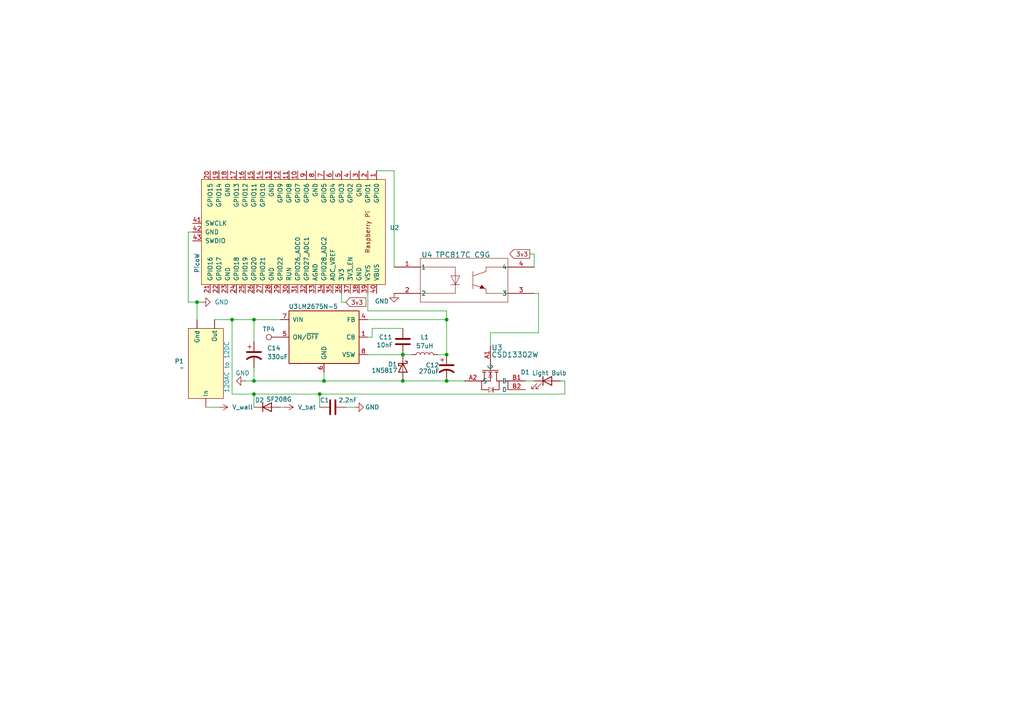
<source format=kicad_sch>
(kicad_sch
	(version 20231120)
	(generator "eeschema")
	(generator_version "8.0")
	(uuid "bc0896a7-089d-4fd3-abd1-ea3c99702df8")
	(paper "A4")
	(lib_symbols
		(symbol "CSD13302W:CSD13302W"
			(pin_names
				(offset 0.254)
			)
			(exclude_from_sim no)
			(in_bom yes)
			(on_board yes)
			(property "Reference" "U"
				(at 0 2.54 0)
				(effects
					(font
						(size 1.524 1.524)
					)
				)
			)
			(property "Value" "CSD13302W"
				(at 0 0 0)
				(effects
					(font
						(size 1.524 1.524)
					)
				)
			)
			(property "Footprint" "YZB0004AEAE"
				(at 0 0 0)
				(effects
					(font
						(size 1.27 1.27)
						(italic yes)
					)
					(hide yes)
				)
			)
			(property "Datasheet" "CSD13302W"
				(at 0 0 0)
				(effects
					(font
						(size 1.27 1.27)
						(italic yes)
					)
					(hide yes)
				)
			)
			(property "Description" ""
				(at 0 0 0)
				(effects
					(font
						(size 1.27 1.27)
					)
					(hide yes)
				)
			)
			(property "ki_locked" ""
				(at 0 0 0)
				(effects
					(font
						(size 1.27 1.27)
					)
				)
			)
			(property "ki_keywords" "CSD13302W"
				(at 0 0 0)
				(effects
					(font
						(size 1.27 1.27)
					)
					(hide yes)
				)
			)
			(property "ki_fp_filters" "YZB0004AEAE"
				(at 0 0 0)
				(effects
					(font
						(size 1.27 1.27)
					)
					(hide yes)
				)
			)
			(symbol "CSD13302W_0_1"
				(polyline
					(pts
						(xy -2.54 0) (xy -0.508 0)
					)
					(stroke
						(width 0.2032)
						(type default)
					)
					(fill
						(type none)
					)
				)
				(polyline
					(pts
						(xy -0.508 2.286) (xy -0.508 -2.286)
					)
					(stroke
						(width 0.2032)
						(type default)
					)
					(fill
						(type none)
					)
				)
				(polyline
					(pts
						(xy 0 -2.286) (xy 0 -1.27)
					)
					(stroke
						(width 0.2032)
						(type default)
					)
					(fill
						(type none)
					)
				)
				(polyline
					(pts
						(xy 0 -0.508) (xy 0 0.508)
					)
					(stroke
						(width 0.2032)
						(type default)
					)
					(fill
						(type none)
					)
				)
				(polyline
					(pts
						(xy 0 0) (xy 1.524 -0.508)
					)
					(stroke
						(width 0.1016)
						(type default)
					)
					(fill
						(type none)
					)
				)
				(polyline
					(pts
						(xy 0 2.286) (xy 0 1.27)
					)
					(stroke
						(width 0.2032)
						(type default)
					)
					(fill
						(type none)
					)
				)
				(polyline
					(pts
						(xy 1.524 -0.508) (xy 1.524 0.508)
					)
					(stroke
						(width 0.1016)
						(type default)
					)
					(fill
						(type none)
					)
				)
				(polyline
					(pts
						(xy 1.524 0.508) (xy 0 0)
					)
					(stroke
						(width 0.1016)
						(type default)
					)
					(fill
						(type none)
					)
				)
				(polyline
					(pts
						(xy 2.54 -2.54) (xy 2.54 0)
					)
					(stroke
						(width 0.2032)
						(type default)
					)
					(fill
						(type none)
					)
				)
				(polyline
					(pts
						(xy 2.54 -2.54) (xy 5.08 -2.54)
					)
					(stroke
						(width 0.2032)
						(type default)
					)
					(fill
						(type none)
					)
				)
				(polyline
					(pts
						(xy 2.54 -1.778) (xy 0 -1.778)
					)
					(stroke
						(width 0.2032)
						(type default)
					)
					(fill
						(type none)
					)
				)
				(polyline
					(pts
						(xy 2.54 -1.778) (xy 2.54 -2.54)
					)
					(stroke
						(width 0.2032)
						(type default)
					)
					(fill
						(type none)
					)
				)
				(polyline
					(pts
						(xy 2.54 0) (xy 0 0)
					)
					(stroke
						(width 0.2032)
						(type default)
					)
					(fill
						(type none)
					)
				)
				(polyline
					(pts
						(xy 2.54 1.778) (xy 0 1.778)
					)
					(stroke
						(width 0.2032)
						(type default)
					)
					(fill
						(type none)
					)
				)
				(polyline
					(pts
						(xy 2.54 1.778) (xy 2.54 2.54)
					)
					(stroke
						(width 0.2032)
						(type default)
					)
					(fill
						(type none)
					)
				)
				(polyline
					(pts
						(xy 2.54 2.54) (xy 2.54 5.08)
					)
					(stroke
						(width 0.2032)
						(type default)
					)
					(fill
						(type none)
					)
				)
				(polyline
					(pts
						(xy 2.54 2.54) (xy 5.08 2.54)
					)
					(stroke
						(width 0.2032)
						(type default)
					)
					(fill
						(type none)
					)
				)
				(polyline
					(pts
						(xy 2.54 5.08) (xy 5.08 5.08)
					)
					(stroke
						(width 0.2032)
						(type default)
					)
					(fill
						(type none)
					)
				)
				(polyline
					(pts
						(xy 4.318 -0.508) (xy 5.842 -0.508)
					)
					(stroke
						(width 0.1016)
						(type default)
					)
					(fill
						(type none)
					)
				)
				(polyline
					(pts
						(xy 4.318 0.762) (xy 5.842 0.762)
					)
					(stroke
						(width 0.2032)
						(type default)
					)
					(fill
						(type none)
					)
				)
				(polyline
					(pts
						(xy 5.08 -2.54) (xy 5.08 -0.508)
					)
					(stroke
						(width 0.2032)
						(type default)
					)
					(fill
						(type none)
					)
				)
				(polyline
					(pts
						(xy 5.08 0.762) (xy 4.318 -0.508)
					)
					(stroke
						(width 0.1016)
						(type default)
					)
					(fill
						(type none)
					)
				)
				(polyline
					(pts
						(xy 5.08 2.54) (xy 5.08 0.762)
					)
					(stroke
						(width 0.2032)
						(type default)
					)
					(fill
						(type none)
					)
				)
				(polyline
					(pts
						(xy 5.842 -0.508) (xy 5.08 0.762)
					)
					(stroke
						(width 0.1016)
						(type default)
					)
					(fill
						(type none)
					)
				)
				(pin unspecified line
					(at -7.62 0 0)
					(length 5.08)
					(name "G"
						(effects
							(font
								(size 1.27 1.27)
							)
						)
					)
					(number "A1"
						(effects
							(font
								(size 1.27 1.27)
							)
						)
					)
				)
				(pin unspecified line
					(at 2.54 -7.62 90)
					(length 5.08)
					(name "S"
						(effects
							(font
								(size 1.27 1.27)
							)
						)
					)
					(number "A2"
						(effects
							(font
								(size 1.27 1.27)
							)
						)
					)
				)
				(pin unspecified line
					(at 2.54 10.16 270)
					(length 5.08)
					(name "D"
						(effects
							(font
								(size 1.27 1.27)
							)
						)
					)
					(number "B1"
						(effects
							(font
								(size 1.27 1.27)
							)
						)
					)
				)
				(pin unspecified line
					(at 5.08 10.16 270)
					(length 5.08)
					(name "D"
						(effects
							(font
								(size 1.27 1.27)
							)
						)
					)
					(number "B2"
						(effects
							(font
								(size 1.27 1.27)
							)
						)
					)
				)
			)
		)
		(symbol "Connector:TestPoint"
			(pin_numbers hide)
			(pin_names
				(offset 0.762) hide)
			(exclude_from_sim no)
			(in_bom yes)
			(on_board yes)
			(property "Reference" "TP"
				(at 0 6.858 0)
				(effects
					(font
						(size 1.27 1.27)
					)
				)
			)
			(property "Value" "TestPoint"
				(at 0 5.08 0)
				(effects
					(font
						(size 1.27 1.27)
					)
				)
			)
			(property "Footprint" ""
				(at 5.08 0 0)
				(effects
					(font
						(size 1.27 1.27)
					)
					(hide yes)
				)
			)
			(property "Datasheet" "~"
				(at 5.08 0 0)
				(effects
					(font
						(size 1.27 1.27)
					)
					(hide yes)
				)
			)
			(property "Description" "test point"
				(at 0 0 0)
				(effects
					(font
						(size 1.27 1.27)
					)
					(hide yes)
				)
			)
			(property "ki_keywords" "test point tp"
				(at 0 0 0)
				(effects
					(font
						(size 1.27 1.27)
					)
					(hide yes)
				)
			)
			(property "ki_fp_filters" "Pin* Test*"
				(at 0 0 0)
				(effects
					(font
						(size 1.27 1.27)
					)
					(hide yes)
				)
			)
			(symbol "TestPoint_0_1"
				(circle
					(center 0 3.302)
					(radius 0.762)
					(stroke
						(width 0)
						(type default)
					)
					(fill
						(type none)
					)
				)
			)
			(symbol "TestPoint_1_1"
				(pin passive line
					(at 0 0 90)
					(length 2.54)
					(name "1"
						(effects
							(font
								(size 1.27 1.27)
							)
						)
					)
					(number "1"
						(effects
							(font
								(size 1.27 1.27)
							)
						)
					)
				)
			)
		)
		(symbol "DIP-4 PC817C:TPC817C_C9G"
			(pin_names
				(offset 0.254)
			)
			(exclude_from_sim no)
			(in_bom yes)
			(on_board yes)
			(property "Reference" "U"
				(at 20.32 10.16 0)
				(effects
					(font
						(size 1.524 1.524)
					)
				)
			)
			(property "Value" "TPC817C C9G"
				(at 40.64 10.16 0)
				(effects
					(font
						(size 1.524 1.524)
					)
				)
			)
			(property "Footprint" "DIP-4_TWS"
				(at 0 0 0)
				(effects
					(font
						(size 1.27 1.27)
						(italic yes)
					)
					(hide yes)
				)
			)
			(property "Datasheet" "TPC817C C9G"
				(at 0 0 0)
				(effects
					(font
						(size 1.27 1.27)
						(italic yes)
					)
					(hide yes)
				)
			)
			(property "Description" ""
				(at 0 0 0)
				(effects
					(font
						(size 1.27 1.27)
					)
					(hide yes)
				)
			)
			(property "ki_locked" ""
				(at 0 0 0)
				(effects
					(font
						(size 1.27 1.27)
					)
				)
			)
			(property "ki_keywords" "TPC817C C9G"
				(at 0 0 0)
				(effects
					(font
						(size 1.27 1.27)
					)
					(hide yes)
				)
			)
			(property "ki_fp_filters" "DIP-4_TWS"
				(at 0 0 0)
				(effects
					(font
						(size 1.27 1.27)
					)
					(hide yes)
				)
			)
			(symbol "TPC817C_C9G_1_1"
				(polyline
					(pts
						(xy 7.62 -10.16) (xy 33.02 -10.16)
					)
					(stroke
						(width 0.127)
						(type default)
					)
					(fill
						(type none)
					)
				)
				(polyline
					(pts
						(xy 7.62 0) (xy 17.78 0)
					)
					(stroke
						(width 0.127)
						(type default)
					)
					(fill
						(type none)
					)
				)
				(polyline
					(pts
						(xy 7.62 2.54) (xy 7.62 -10.16)
					)
					(stroke
						(width 0.127)
						(type default)
					)
					(fill
						(type none)
					)
				)
				(polyline
					(pts
						(xy 16.51 -5.08) (xy 19.05 -5.08)
					)
					(stroke
						(width 0.127)
						(type default)
					)
					(fill
						(type none)
					)
				)
				(polyline
					(pts
						(xy 16.51 -2.54) (xy 19.05 -2.54)
					)
					(stroke
						(width 0.127)
						(type default)
					)
					(fill
						(type none)
					)
				)
				(polyline
					(pts
						(xy 17.78 -7.62) (xy 7.62 -7.62)
					)
					(stroke
						(width 0.127)
						(type default)
					)
					(fill
						(type none)
					)
				)
				(polyline
					(pts
						(xy 17.78 -5.08) (xy 16.51 -2.54)
					)
					(stroke
						(width 0.127)
						(type default)
					)
					(fill
						(type none)
					)
				)
				(polyline
					(pts
						(xy 17.78 0) (xy 17.78 -7.62)
					)
					(stroke
						(width 0.127)
						(type default)
					)
					(fill
						(type none)
					)
				)
				(polyline
					(pts
						(xy 19.05 -2.54) (xy 17.78 -5.08)
					)
					(stroke
						(width 0.127)
						(type default)
					)
					(fill
						(type none)
					)
				)
				(polyline
					(pts
						(xy 22.86 -5.08) (xy 26.67 -6.35)
					)
					(stroke
						(width 0.127)
						(type default)
					)
					(fill
						(type none)
					)
				)
				(polyline
					(pts
						(xy 22.86 -2.54) (xy 26.67 -1.27)
					)
					(stroke
						(width 0.127)
						(type default)
					)
					(fill
						(type none)
					)
				)
				(polyline
					(pts
						(xy 22.86 -1.27) (xy 22.86 -6.35)
					)
					(stroke
						(width 0.127)
						(type default)
					)
					(fill
						(type none)
					)
				)
				(polyline
					(pts
						(xy 25.4 -5.2387) (xy 24.9237 -6.1913)
					)
					(stroke
						(width 0.127)
						(type default)
					)
					(fill
						(type none)
					)
				)
				(polyline
					(pts
						(xy 26.1938 -6.1913) (xy 24.9237 -6.1913)
					)
					(stroke
						(width 0.127)
						(type default)
					)
					(fill
						(type none)
					)
				)
				(polyline
					(pts
						(xy 26.1938 -6.1913) (xy 25.4 -5.2387)
					)
					(stroke
						(width 0.127)
						(type default)
					)
					(fill
						(type none)
					)
				)
				(polyline
					(pts
						(xy 26.67 -7.62) (xy 33.02 -7.62)
					)
					(stroke
						(width 0.127)
						(type default)
					)
					(fill
						(type none)
					)
				)
				(polyline
					(pts
						(xy 26.67 -6.35) (xy 26.67 -7.62)
					)
					(stroke
						(width 0.127)
						(type default)
					)
					(fill
						(type none)
					)
				)
				(polyline
					(pts
						(xy 26.67 -1.27) (xy 26.67 0)
					)
					(stroke
						(width 0.127)
						(type default)
					)
					(fill
						(type none)
					)
				)
				(polyline
					(pts
						(xy 33.02 -10.16) (xy 33.02 2.54)
					)
					(stroke
						(width 0.127)
						(type default)
					)
					(fill
						(type none)
					)
				)
				(polyline
					(pts
						(xy 33.02 0) (xy 26.67 0)
					)
					(stroke
						(width 0.127)
						(type default)
					)
					(fill
						(type none)
					)
				)
				(polyline
					(pts
						(xy 33.02 2.54) (xy 7.62 2.54)
					)
					(stroke
						(width 0.127)
						(type default)
					)
					(fill
						(type none)
					)
				)
				(polyline
					(pts
						(xy 26.1938 -6.1913) (xy 25.4 -5.2387) (xy 24.9237 -6.1913)
					)
					(stroke
						(width 0)
						(type default)
					)
					(fill
						(type outline)
					)
				)
				(pin unspecified line
					(at 0 0 0)
					(length 7.62)
					(name "1"
						(effects
							(font
								(size 1.27 1.27)
							)
						)
					)
					(number "1"
						(effects
							(font
								(size 1.27 1.27)
							)
						)
					)
				)
				(pin unspecified line
					(at 0 -7.62 0)
					(length 7.62)
					(name "2"
						(effects
							(font
								(size 1.27 1.27)
							)
						)
					)
					(number "2"
						(effects
							(font
								(size 1.27 1.27)
							)
						)
					)
				)
				(pin unspecified line
					(at 40.64 -7.62 180)
					(length 7.62)
					(name "3"
						(effects
							(font
								(size 1.27 1.27)
							)
						)
					)
					(number "3"
						(effects
							(font
								(size 1.27 1.27)
							)
						)
					)
				)
				(pin unspecified line
					(at 40.64 0 180)
					(length 7.62)
					(name "4"
						(effects
							(font
								(size 1.27 1.27)
							)
						)
					)
					(number "4"
						(effects
							(font
								(size 1.27 1.27)
							)
						)
					)
				)
			)
		)
		(symbol "Device:C"
			(pin_numbers hide)
			(pin_names
				(offset 0.254)
			)
			(exclude_from_sim no)
			(in_bom yes)
			(on_board yes)
			(property "Reference" "C"
				(at 0.635 2.54 0)
				(effects
					(font
						(size 1.27 1.27)
					)
					(justify left)
				)
			)
			(property "Value" "C"
				(at 0.635 -2.54 0)
				(effects
					(font
						(size 1.27 1.27)
					)
					(justify left)
				)
			)
			(property "Footprint" ""
				(at 0.9652 -3.81 0)
				(effects
					(font
						(size 1.27 1.27)
					)
					(hide yes)
				)
			)
			(property "Datasheet" "~"
				(at 0 0 0)
				(effects
					(font
						(size 1.27 1.27)
					)
					(hide yes)
				)
			)
			(property "Description" "Unpolarized capacitor"
				(at 0 0 0)
				(effects
					(font
						(size 1.27 1.27)
					)
					(hide yes)
				)
			)
			(property "ki_keywords" "cap capacitor"
				(at 0 0 0)
				(effects
					(font
						(size 1.27 1.27)
					)
					(hide yes)
				)
			)
			(property "ki_fp_filters" "C_*"
				(at 0 0 0)
				(effects
					(font
						(size 1.27 1.27)
					)
					(hide yes)
				)
			)
			(symbol "C_0_1"
				(polyline
					(pts
						(xy -2.032 -0.762) (xy 2.032 -0.762)
					)
					(stroke
						(width 0.508)
						(type default)
					)
					(fill
						(type none)
					)
				)
				(polyline
					(pts
						(xy -2.032 0.762) (xy 2.032 0.762)
					)
					(stroke
						(width 0.508)
						(type default)
					)
					(fill
						(type none)
					)
				)
			)
			(symbol "C_1_1"
				(pin passive line
					(at 0 3.81 270)
					(length 2.794)
					(name "~"
						(effects
							(font
								(size 1.27 1.27)
							)
						)
					)
					(number "1"
						(effects
							(font
								(size 1.27 1.27)
							)
						)
					)
				)
				(pin passive line
					(at 0 -3.81 90)
					(length 2.794)
					(name "~"
						(effects
							(font
								(size 1.27 1.27)
							)
						)
					)
					(number "2"
						(effects
							(font
								(size 1.27 1.27)
							)
						)
					)
				)
			)
		)
		(symbol "Device:C_Polarized_US"
			(pin_numbers hide)
			(pin_names
				(offset 0.254) hide)
			(exclude_from_sim no)
			(in_bom yes)
			(on_board yes)
			(property "Reference" "C"
				(at 0.635 2.54 0)
				(effects
					(font
						(size 1.27 1.27)
					)
					(justify left)
				)
			)
			(property "Value" "C_Polarized_US"
				(at 0.635 -2.54 0)
				(effects
					(font
						(size 1.27 1.27)
					)
					(justify left)
				)
			)
			(property "Footprint" ""
				(at 0 0 0)
				(effects
					(font
						(size 1.27 1.27)
					)
					(hide yes)
				)
			)
			(property "Datasheet" "~"
				(at 0 0 0)
				(effects
					(font
						(size 1.27 1.27)
					)
					(hide yes)
				)
			)
			(property "Description" "Polarized capacitor, US symbol"
				(at 0 0 0)
				(effects
					(font
						(size 1.27 1.27)
					)
					(hide yes)
				)
			)
			(property "ki_keywords" "cap capacitor"
				(at 0 0 0)
				(effects
					(font
						(size 1.27 1.27)
					)
					(hide yes)
				)
			)
			(property "ki_fp_filters" "CP_*"
				(at 0 0 0)
				(effects
					(font
						(size 1.27 1.27)
					)
					(hide yes)
				)
			)
			(symbol "C_Polarized_US_0_1"
				(polyline
					(pts
						(xy -2.032 0.762) (xy 2.032 0.762)
					)
					(stroke
						(width 0.508)
						(type default)
					)
					(fill
						(type none)
					)
				)
				(polyline
					(pts
						(xy -1.778 2.286) (xy -0.762 2.286)
					)
					(stroke
						(width 0)
						(type default)
					)
					(fill
						(type none)
					)
				)
				(polyline
					(pts
						(xy -1.27 1.778) (xy -1.27 2.794)
					)
					(stroke
						(width 0)
						(type default)
					)
					(fill
						(type none)
					)
				)
				(arc
					(start 2.032 -1.27)
					(mid 0 -0.5572)
					(end -2.032 -1.27)
					(stroke
						(width 0.508)
						(type default)
					)
					(fill
						(type none)
					)
				)
			)
			(symbol "C_Polarized_US_1_1"
				(pin passive line
					(at 0 3.81 270)
					(length 2.794)
					(name "~"
						(effects
							(font
								(size 1.27 1.27)
							)
						)
					)
					(number "1"
						(effects
							(font
								(size 1.27 1.27)
							)
						)
					)
				)
				(pin passive line
					(at 0 -3.81 90)
					(length 3.302)
					(name "~"
						(effects
							(font
								(size 1.27 1.27)
							)
						)
					)
					(number "2"
						(effects
							(font
								(size 1.27 1.27)
							)
						)
					)
				)
			)
		)
		(symbol "Device:D"
			(pin_numbers hide)
			(pin_names
				(offset 1.016) hide)
			(exclude_from_sim no)
			(in_bom yes)
			(on_board yes)
			(property "Reference" "D"
				(at 0 2.54 0)
				(effects
					(font
						(size 1.27 1.27)
					)
				)
			)
			(property "Value" "D"
				(at 0 -2.54 0)
				(effects
					(font
						(size 1.27 1.27)
					)
				)
			)
			(property "Footprint" ""
				(at 0 0 0)
				(effects
					(font
						(size 1.27 1.27)
					)
					(hide yes)
				)
			)
			(property "Datasheet" "~"
				(at 0 0 0)
				(effects
					(font
						(size 1.27 1.27)
					)
					(hide yes)
				)
			)
			(property "Description" "Diode"
				(at 0 0 0)
				(effects
					(font
						(size 1.27 1.27)
					)
					(hide yes)
				)
			)
			(property "Sim.Device" "D"
				(at 0 0 0)
				(effects
					(font
						(size 1.27 1.27)
					)
					(hide yes)
				)
			)
			(property "Sim.Pins" "1=K 2=A"
				(at 0 0 0)
				(effects
					(font
						(size 1.27 1.27)
					)
					(hide yes)
				)
			)
			(property "ki_keywords" "diode"
				(at 0 0 0)
				(effects
					(font
						(size 1.27 1.27)
					)
					(hide yes)
				)
			)
			(property "ki_fp_filters" "TO-???* *_Diode_* *SingleDiode* D_*"
				(at 0 0 0)
				(effects
					(font
						(size 1.27 1.27)
					)
					(hide yes)
				)
			)
			(symbol "D_0_1"
				(polyline
					(pts
						(xy -1.27 1.27) (xy -1.27 -1.27)
					)
					(stroke
						(width 0.254)
						(type default)
					)
					(fill
						(type none)
					)
				)
				(polyline
					(pts
						(xy 1.27 0) (xy -1.27 0)
					)
					(stroke
						(width 0)
						(type default)
					)
					(fill
						(type none)
					)
				)
				(polyline
					(pts
						(xy 1.27 1.27) (xy 1.27 -1.27) (xy -1.27 0) (xy 1.27 1.27)
					)
					(stroke
						(width 0.254)
						(type default)
					)
					(fill
						(type none)
					)
				)
			)
			(symbol "D_1_1"
				(pin passive line
					(at -3.81 0 0)
					(length 2.54)
					(name "K"
						(effects
							(font
								(size 1.27 1.27)
							)
						)
					)
					(number "1"
						(effects
							(font
								(size 1.27 1.27)
							)
						)
					)
				)
				(pin passive line
					(at 3.81 0 180)
					(length 2.54)
					(name "A"
						(effects
							(font
								(size 1.27 1.27)
							)
						)
					)
					(number "2"
						(effects
							(font
								(size 1.27 1.27)
							)
						)
					)
				)
			)
		)
		(symbol "Device:D_Schottky"
			(pin_numbers hide)
			(pin_names
				(offset 1.016) hide)
			(exclude_from_sim no)
			(in_bom yes)
			(on_board yes)
			(property "Reference" "D"
				(at 0 2.54 0)
				(effects
					(font
						(size 1.27 1.27)
					)
				)
			)
			(property "Value" "D_Schottky"
				(at 0 -2.54 0)
				(effects
					(font
						(size 1.27 1.27)
					)
				)
			)
			(property "Footprint" ""
				(at 0 0 0)
				(effects
					(font
						(size 1.27 1.27)
					)
					(hide yes)
				)
			)
			(property "Datasheet" "~"
				(at 0 0 0)
				(effects
					(font
						(size 1.27 1.27)
					)
					(hide yes)
				)
			)
			(property "Description" "Schottky diode"
				(at 0 0 0)
				(effects
					(font
						(size 1.27 1.27)
					)
					(hide yes)
				)
			)
			(property "ki_keywords" "diode Schottky"
				(at 0 0 0)
				(effects
					(font
						(size 1.27 1.27)
					)
					(hide yes)
				)
			)
			(property "ki_fp_filters" "TO-???* *_Diode_* *SingleDiode* D_*"
				(at 0 0 0)
				(effects
					(font
						(size 1.27 1.27)
					)
					(hide yes)
				)
			)
			(symbol "D_Schottky_0_1"
				(polyline
					(pts
						(xy 1.27 0) (xy -1.27 0)
					)
					(stroke
						(width 0)
						(type default)
					)
					(fill
						(type none)
					)
				)
				(polyline
					(pts
						(xy 1.27 1.27) (xy 1.27 -1.27) (xy -1.27 0) (xy 1.27 1.27)
					)
					(stroke
						(width 0.254)
						(type default)
					)
					(fill
						(type none)
					)
				)
				(polyline
					(pts
						(xy -1.905 0.635) (xy -1.905 1.27) (xy -1.27 1.27) (xy -1.27 -1.27) (xy -0.635 -1.27) (xy -0.635 -0.635)
					)
					(stroke
						(width 0.254)
						(type default)
					)
					(fill
						(type none)
					)
				)
			)
			(symbol "D_Schottky_1_1"
				(pin passive line
					(at -3.81 0 0)
					(length 2.54)
					(name "K"
						(effects
							(font
								(size 1.27 1.27)
							)
						)
					)
					(number "1"
						(effects
							(font
								(size 1.27 1.27)
							)
						)
					)
				)
				(pin passive line
					(at 3.81 0 180)
					(length 2.54)
					(name "A"
						(effects
							(font
								(size 1.27 1.27)
							)
						)
					)
					(number "2"
						(effects
							(font
								(size 1.27 1.27)
							)
						)
					)
				)
			)
		)
		(symbol "Device:L"
			(pin_numbers hide)
			(pin_names
				(offset 1.016) hide)
			(exclude_from_sim no)
			(in_bom yes)
			(on_board yes)
			(property "Reference" "L"
				(at -1.27 0 90)
				(effects
					(font
						(size 1.27 1.27)
					)
				)
			)
			(property "Value" "L"
				(at 1.905 0 90)
				(effects
					(font
						(size 1.27 1.27)
					)
				)
			)
			(property "Footprint" ""
				(at 0 0 0)
				(effects
					(font
						(size 1.27 1.27)
					)
					(hide yes)
				)
			)
			(property "Datasheet" "~"
				(at 0 0 0)
				(effects
					(font
						(size 1.27 1.27)
					)
					(hide yes)
				)
			)
			(property "Description" "Inductor"
				(at 0 0 0)
				(effects
					(font
						(size 1.27 1.27)
					)
					(hide yes)
				)
			)
			(property "ki_keywords" "inductor choke coil reactor magnetic"
				(at 0 0 0)
				(effects
					(font
						(size 1.27 1.27)
					)
					(hide yes)
				)
			)
			(property "ki_fp_filters" "Choke_* *Coil* Inductor_* L_*"
				(at 0 0 0)
				(effects
					(font
						(size 1.27 1.27)
					)
					(hide yes)
				)
			)
			(symbol "L_0_1"
				(arc
					(start 0 -2.54)
					(mid 0.6323 -1.905)
					(end 0 -1.27)
					(stroke
						(width 0)
						(type default)
					)
					(fill
						(type none)
					)
				)
				(arc
					(start 0 -1.27)
					(mid 0.6323 -0.635)
					(end 0 0)
					(stroke
						(width 0)
						(type default)
					)
					(fill
						(type none)
					)
				)
				(arc
					(start 0 0)
					(mid 0.6323 0.635)
					(end 0 1.27)
					(stroke
						(width 0)
						(type default)
					)
					(fill
						(type none)
					)
				)
				(arc
					(start 0 1.27)
					(mid 0.6323 1.905)
					(end 0 2.54)
					(stroke
						(width 0)
						(type default)
					)
					(fill
						(type none)
					)
				)
			)
			(symbol "L_1_1"
				(pin passive line
					(at 0 3.81 270)
					(length 1.27)
					(name "1"
						(effects
							(font
								(size 1.27 1.27)
							)
						)
					)
					(number "1"
						(effects
							(font
								(size 1.27 1.27)
							)
						)
					)
				)
				(pin passive line
					(at 0 -3.81 90)
					(length 1.27)
					(name "2"
						(effects
							(font
								(size 1.27 1.27)
							)
						)
					)
					(number "2"
						(effects
							(font
								(size 1.27 1.27)
							)
						)
					)
				)
			)
		)
		(symbol "Device:LED"
			(pin_numbers hide)
			(pin_names
				(offset 1.016) hide)
			(exclude_from_sim no)
			(in_bom yes)
			(on_board yes)
			(property "Reference" "D"
				(at 0 2.54 0)
				(effects
					(font
						(size 1.27 1.27)
					)
				)
			)
			(property "Value" "LED"
				(at 0 -2.54 0)
				(effects
					(font
						(size 1.27 1.27)
					)
				)
			)
			(property "Footprint" ""
				(at 0 0 0)
				(effects
					(font
						(size 1.27 1.27)
					)
					(hide yes)
				)
			)
			(property "Datasheet" "~"
				(at 0 0 0)
				(effects
					(font
						(size 1.27 1.27)
					)
					(hide yes)
				)
			)
			(property "Description" "Light emitting diode"
				(at 0 0 0)
				(effects
					(font
						(size 1.27 1.27)
					)
					(hide yes)
				)
			)
			(property "ki_keywords" "LED diode"
				(at 0 0 0)
				(effects
					(font
						(size 1.27 1.27)
					)
					(hide yes)
				)
			)
			(property "ki_fp_filters" "LED* LED_SMD:* LED_THT:*"
				(at 0 0 0)
				(effects
					(font
						(size 1.27 1.27)
					)
					(hide yes)
				)
			)
			(symbol "LED_0_1"
				(polyline
					(pts
						(xy -1.27 -1.27) (xy -1.27 1.27)
					)
					(stroke
						(width 0.254)
						(type default)
					)
					(fill
						(type none)
					)
				)
				(polyline
					(pts
						(xy -1.27 0) (xy 1.27 0)
					)
					(stroke
						(width 0)
						(type default)
					)
					(fill
						(type none)
					)
				)
				(polyline
					(pts
						(xy 1.27 -1.27) (xy 1.27 1.27) (xy -1.27 0) (xy 1.27 -1.27)
					)
					(stroke
						(width 0.254)
						(type default)
					)
					(fill
						(type none)
					)
				)
				(polyline
					(pts
						(xy -3.048 -0.762) (xy -4.572 -2.286) (xy -3.81 -2.286) (xy -4.572 -2.286) (xy -4.572 -1.524)
					)
					(stroke
						(width 0)
						(type default)
					)
					(fill
						(type none)
					)
				)
				(polyline
					(pts
						(xy -1.778 -0.762) (xy -3.302 -2.286) (xy -2.54 -2.286) (xy -3.302 -2.286) (xy -3.302 -1.524)
					)
					(stroke
						(width 0)
						(type default)
					)
					(fill
						(type none)
					)
				)
			)
			(symbol "LED_1_1"
				(pin passive line
					(at -3.81 0 0)
					(length 2.54)
					(name "K"
						(effects
							(font
								(size 1.27 1.27)
							)
						)
					)
					(number "1"
						(effects
							(font
								(size 1.27 1.27)
							)
						)
					)
				)
				(pin passive line
					(at 3.81 0 180)
					(length 2.54)
					(name "A"
						(effects
							(font
								(size 1.27 1.27)
							)
						)
					)
					(number "2"
						(effects
							(font
								(size 1.27 1.27)
							)
						)
					)
				)
			)
		)
		(symbol "RPi_Pico:PicoW"
			(pin_names
				(offset 1.016)
			)
			(exclude_from_sim no)
			(in_bom yes)
			(on_board yes)
			(property "Reference" "U"
				(at -13.97 27.94 0)
				(effects
					(font
						(size 1.27 1.27)
					)
				)
			)
			(property "Value" "PicoW"
				(at 0 19.05 0)
				(effects
					(font
						(size 1.27 1.27)
					)
				)
			)
			(property "Footprint" "RPi_PicoW:RPi_Pico_SMD_TH"
				(at 0 0 90)
				(effects
					(font
						(size 1.27 1.27)
					)
					(hide yes)
				)
			)
			(property "Datasheet" ""
				(at 0 0 0)
				(effects
					(font
						(size 1.27 1.27)
					)
					(hide yes)
				)
			)
			(property "Description" ""
				(at 0 0 0)
				(effects
					(font
						(size 1.27 1.27)
					)
					(hide yes)
				)
			)
			(symbol "PicoW_0_0"
				(text "Raspberry Pi"
					(at 0 21.59 0)
					(effects
						(font
							(size 1.27 1.27)
						)
					)
				)
			)
			(symbol "PicoW_0_1"
				(rectangle
					(start -15.24 26.67)
					(end 15.24 -26.67)
					(stroke
						(width 0)
						(type default)
					)
					(fill
						(type background)
					)
				)
			)
			(symbol "PicoW_1_1"
				(pin bidirectional line
					(at -17.78 24.13 0)
					(length 2.54)
					(name "GPIO0"
						(effects
							(font
								(size 1.27 1.27)
							)
						)
					)
					(number "1"
						(effects
							(font
								(size 1.27 1.27)
							)
						)
					)
				)
				(pin bidirectional line
					(at -17.78 1.27 0)
					(length 2.54)
					(name "GPIO7"
						(effects
							(font
								(size 1.27 1.27)
							)
						)
					)
					(number "10"
						(effects
							(font
								(size 1.27 1.27)
							)
						)
					)
				)
				(pin bidirectional line
					(at -17.78 -1.27 0)
					(length 2.54)
					(name "GPIO8"
						(effects
							(font
								(size 1.27 1.27)
							)
						)
					)
					(number "11"
						(effects
							(font
								(size 1.27 1.27)
							)
						)
					)
				)
				(pin bidirectional line
					(at -17.78 -3.81 0)
					(length 2.54)
					(name "GPIO9"
						(effects
							(font
								(size 1.27 1.27)
							)
						)
					)
					(number "12"
						(effects
							(font
								(size 1.27 1.27)
							)
						)
					)
				)
				(pin power_in line
					(at -17.78 -6.35 0)
					(length 2.54)
					(name "GND"
						(effects
							(font
								(size 1.27 1.27)
							)
						)
					)
					(number "13"
						(effects
							(font
								(size 1.27 1.27)
							)
						)
					)
				)
				(pin bidirectional line
					(at -17.78 -8.89 0)
					(length 2.54)
					(name "GPIO10"
						(effects
							(font
								(size 1.27 1.27)
							)
						)
					)
					(number "14"
						(effects
							(font
								(size 1.27 1.27)
							)
						)
					)
				)
				(pin bidirectional line
					(at -17.78 -11.43 0)
					(length 2.54)
					(name "GPIO11"
						(effects
							(font
								(size 1.27 1.27)
							)
						)
					)
					(number "15"
						(effects
							(font
								(size 1.27 1.27)
							)
						)
					)
				)
				(pin bidirectional line
					(at -17.78 -13.97 0)
					(length 2.54)
					(name "GPIO12"
						(effects
							(font
								(size 1.27 1.27)
							)
						)
					)
					(number "16"
						(effects
							(font
								(size 1.27 1.27)
							)
						)
					)
				)
				(pin bidirectional line
					(at -17.78 -16.51 0)
					(length 2.54)
					(name "GPIO13"
						(effects
							(font
								(size 1.27 1.27)
							)
						)
					)
					(number "17"
						(effects
							(font
								(size 1.27 1.27)
							)
						)
					)
				)
				(pin power_in line
					(at -17.78 -19.05 0)
					(length 2.54)
					(name "GND"
						(effects
							(font
								(size 1.27 1.27)
							)
						)
					)
					(number "18"
						(effects
							(font
								(size 1.27 1.27)
							)
						)
					)
				)
				(pin bidirectional line
					(at -17.78 -21.59 0)
					(length 2.54)
					(name "GPIO14"
						(effects
							(font
								(size 1.27 1.27)
							)
						)
					)
					(number "19"
						(effects
							(font
								(size 1.27 1.27)
							)
						)
					)
				)
				(pin bidirectional line
					(at -17.78 21.59 0)
					(length 2.54)
					(name "GPIO1"
						(effects
							(font
								(size 1.27 1.27)
							)
						)
					)
					(number "2"
						(effects
							(font
								(size 1.27 1.27)
							)
						)
					)
				)
				(pin bidirectional line
					(at -17.78 -24.13 0)
					(length 2.54)
					(name "GPIO15"
						(effects
							(font
								(size 1.27 1.27)
							)
						)
					)
					(number "20"
						(effects
							(font
								(size 1.27 1.27)
							)
						)
					)
				)
				(pin bidirectional line
					(at 17.78 -24.13 180)
					(length 2.54)
					(name "GPIO16"
						(effects
							(font
								(size 1.27 1.27)
							)
						)
					)
					(number "21"
						(effects
							(font
								(size 1.27 1.27)
							)
						)
					)
				)
				(pin bidirectional line
					(at 17.78 -21.59 180)
					(length 2.54)
					(name "GPIO17"
						(effects
							(font
								(size 1.27 1.27)
							)
						)
					)
					(number "22"
						(effects
							(font
								(size 1.27 1.27)
							)
						)
					)
				)
				(pin power_in line
					(at 17.78 -19.05 180)
					(length 2.54)
					(name "GND"
						(effects
							(font
								(size 1.27 1.27)
							)
						)
					)
					(number "23"
						(effects
							(font
								(size 1.27 1.27)
							)
						)
					)
				)
				(pin bidirectional line
					(at 17.78 -16.51 180)
					(length 2.54)
					(name "GPIO18"
						(effects
							(font
								(size 1.27 1.27)
							)
						)
					)
					(number "24"
						(effects
							(font
								(size 1.27 1.27)
							)
						)
					)
				)
				(pin bidirectional line
					(at 17.78 -13.97 180)
					(length 2.54)
					(name "GPIO19"
						(effects
							(font
								(size 1.27 1.27)
							)
						)
					)
					(number "25"
						(effects
							(font
								(size 1.27 1.27)
							)
						)
					)
				)
				(pin bidirectional line
					(at 17.78 -11.43 180)
					(length 2.54)
					(name "GPIO20"
						(effects
							(font
								(size 1.27 1.27)
							)
						)
					)
					(number "26"
						(effects
							(font
								(size 1.27 1.27)
							)
						)
					)
				)
				(pin bidirectional line
					(at 17.78 -8.89 180)
					(length 2.54)
					(name "GPIO21"
						(effects
							(font
								(size 1.27 1.27)
							)
						)
					)
					(number "27"
						(effects
							(font
								(size 1.27 1.27)
							)
						)
					)
				)
				(pin power_in line
					(at 17.78 -6.35 180)
					(length 2.54)
					(name "GND"
						(effects
							(font
								(size 1.27 1.27)
							)
						)
					)
					(number "28"
						(effects
							(font
								(size 1.27 1.27)
							)
						)
					)
				)
				(pin bidirectional line
					(at 17.78 -3.81 180)
					(length 2.54)
					(name "GPIO22"
						(effects
							(font
								(size 1.27 1.27)
							)
						)
					)
					(number "29"
						(effects
							(font
								(size 1.27 1.27)
							)
						)
					)
				)
				(pin power_in line
					(at -17.78 19.05 0)
					(length 2.54)
					(name "GND"
						(effects
							(font
								(size 1.27 1.27)
							)
						)
					)
					(number "3"
						(effects
							(font
								(size 1.27 1.27)
							)
						)
					)
				)
				(pin input line
					(at 17.78 -1.27 180)
					(length 2.54)
					(name "RUN"
						(effects
							(font
								(size 1.27 1.27)
							)
						)
					)
					(number "30"
						(effects
							(font
								(size 1.27 1.27)
							)
						)
					)
				)
				(pin bidirectional line
					(at 17.78 1.27 180)
					(length 2.54)
					(name "GPIO26_ADC0"
						(effects
							(font
								(size 1.27 1.27)
							)
						)
					)
					(number "31"
						(effects
							(font
								(size 1.27 1.27)
							)
						)
					)
				)
				(pin bidirectional line
					(at 17.78 3.81 180)
					(length 2.54)
					(name "GPIO27_ADC1"
						(effects
							(font
								(size 1.27 1.27)
							)
						)
					)
					(number "32"
						(effects
							(font
								(size 1.27 1.27)
							)
						)
					)
				)
				(pin power_in line
					(at 17.78 6.35 180)
					(length 2.54)
					(name "AGND"
						(effects
							(font
								(size 1.27 1.27)
							)
						)
					)
					(number "33"
						(effects
							(font
								(size 1.27 1.27)
							)
						)
					)
				)
				(pin bidirectional line
					(at 17.78 8.89 180)
					(length 2.54)
					(name "GPIO28_ADC2"
						(effects
							(font
								(size 1.27 1.27)
							)
						)
					)
					(number "34"
						(effects
							(font
								(size 1.27 1.27)
							)
						)
					)
				)
				(pin unspecified line
					(at 17.78 11.43 180)
					(length 2.54)
					(name "ADC_VREF"
						(effects
							(font
								(size 1.27 1.27)
							)
						)
					)
					(number "35"
						(effects
							(font
								(size 1.27 1.27)
							)
						)
					)
				)
				(pin unspecified line
					(at 17.78 13.97 180)
					(length 2.54)
					(name "3V3"
						(effects
							(font
								(size 1.27 1.27)
							)
						)
					)
					(number "36"
						(effects
							(font
								(size 1.27 1.27)
							)
						)
					)
				)
				(pin input line
					(at 17.78 16.51 180)
					(length 2.54)
					(name "3V3_EN"
						(effects
							(font
								(size 1.27 1.27)
							)
						)
					)
					(number "37"
						(effects
							(font
								(size 1.27 1.27)
							)
						)
					)
				)
				(pin bidirectional line
					(at 17.78 19.05 180)
					(length 2.54)
					(name "GND"
						(effects
							(font
								(size 1.27 1.27)
							)
						)
					)
					(number "38"
						(effects
							(font
								(size 1.27 1.27)
							)
						)
					)
				)
				(pin unspecified line
					(at 17.78 21.59 180)
					(length 2.54)
					(name "VSYS"
						(effects
							(font
								(size 1.27 1.27)
							)
						)
					)
					(number "39"
						(effects
							(font
								(size 1.27 1.27)
							)
						)
					)
				)
				(pin bidirectional line
					(at -17.78 16.51 0)
					(length 2.54)
					(name "GPIO2"
						(effects
							(font
								(size 1.27 1.27)
							)
						)
					)
					(number "4"
						(effects
							(font
								(size 1.27 1.27)
							)
						)
					)
				)
				(pin unspecified line
					(at 17.78 24.13 180)
					(length 2.54)
					(name "VBUS"
						(effects
							(font
								(size 1.27 1.27)
							)
						)
					)
					(number "40"
						(effects
							(font
								(size 1.27 1.27)
							)
						)
					)
				)
				(pin input line
					(at -2.54 -29.21 90)
					(length 2.54)
					(name "SWCLK"
						(effects
							(font
								(size 1.27 1.27)
							)
						)
					)
					(number "41"
						(effects
							(font
								(size 1.27 1.27)
							)
						)
					)
				)
				(pin power_in line
					(at 0 -29.21 90)
					(length 2.54)
					(name "GND"
						(effects
							(font
								(size 1.27 1.27)
							)
						)
					)
					(number "42"
						(effects
							(font
								(size 1.27 1.27)
							)
						)
					)
				)
				(pin bidirectional line
					(at 2.54 -29.21 90)
					(length 2.54)
					(name "SWDIO"
						(effects
							(font
								(size 1.27 1.27)
							)
						)
					)
					(number "43"
						(effects
							(font
								(size 1.27 1.27)
							)
						)
					)
				)
				(pin bidirectional line
					(at -17.78 13.97 0)
					(length 2.54)
					(name "GPIO3"
						(effects
							(font
								(size 1.27 1.27)
							)
						)
					)
					(number "5"
						(effects
							(font
								(size 1.27 1.27)
							)
						)
					)
				)
				(pin bidirectional line
					(at -17.78 11.43 0)
					(length 2.54)
					(name "GPIO4"
						(effects
							(font
								(size 1.27 1.27)
							)
						)
					)
					(number "6"
						(effects
							(font
								(size 1.27 1.27)
							)
						)
					)
				)
				(pin bidirectional line
					(at -17.78 8.89 0)
					(length 2.54)
					(name "GPIO5"
						(effects
							(font
								(size 1.27 1.27)
							)
						)
					)
					(number "7"
						(effects
							(font
								(size 1.27 1.27)
							)
						)
					)
				)
				(pin power_in line
					(at -17.78 6.35 0)
					(length 2.54)
					(name "GND"
						(effects
							(font
								(size 1.27 1.27)
							)
						)
					)
					(number "8"
						(effects
							(font
								(size 1.27 1.27)
							)
						)
					)
				)
				(pin bidirectional line
					(at -17.78 3.81 0)
					(length 2.54)
					(name "GPIO6"
						(effects
							(font
								(size 1.27 1.27)
							)
						)
					)
					(number "9"
						(effects
							(font
								(size 1.27 1.27)
							)
						)
					)
				)
			)
		)
		(symbol "Regulator_Switching:LM2675N-5"
			(pin_names
				(offset 1.016)
			)
			(exclude_from_sim no)
			(in_bom yes)
			(on_board yes)
			(property "Reference" "U"
				(at -10.16 8.89 0)
				(effects
					(font
						(size 1.27 1.27)
					)
					(justify left)
				)
			)
			(property "Value" "LM2675N-5"
				(at 0 8.89 0)
				(effects
					(font
						(size 1.27 1.27)
					)
					(justify left)
				)
			)
			(property "Footprint" "Package_DIP:DIP-8_W7.62mm"
				(at 1.27 -8.89 0)
				(effects
					(font
						(size 1.27 1.27)
						(italic yes)
					)
					(justify left)
					(hide yes)
				)
			)
			(property "Datasheet" "http://www.ti.com/lit/ds/symlink/lm2675.pdf"
				(at 0 0 0)
				(effects
					(font
						(size 1.27 1.27)
					)
					(hide yes)
				)
			)
			(property "Description" "5V, 1A Step-Down Voltage Regulator, DIP-8"
				(at 0 0 0)
				(effects
					(font
						(size 1.27 1.27)
					)
					(hide yes)
				)
			)
			(property "ki_keywords" "Step-Down Voltage Regulator 5V 1A"
				(at 0 0 0)
				(effects
					(font
						(size 1.27 1.27)
					)
					(hide yes)
				)
			)
			(property "ki_fp_filters" "DIP*W7.62mm*"
				(at 0 0 0)
				(effects
					(font
						(size 1.27 1.27)
					)
					(hide yes)
				)
			)
			(symbol "LM2675N-5_0_1"
				(rectangle
					(start -10.16 7.62)
					(end 10.16 -7.62)
					(stroke
						(width 0.254)
						(type default)
					)
					(fill
						(type background)
					)
				)
			)
			(symbol "LM2675N-5_1_1"
				(pin input line
					(at 12.7 0 180)
					(length 2.54)
					(name "CB"
						(effects
							(font
								(size 1.27 1.27)
							)
						)
					)
					(number "1"
						(effects
							(font
								(size 1.27 1.27)
							)
						)
					)
				)
				(pin no_connect line
					(at -10.16 -2.54 0)
					(length 2.54) hide
					(name "NC"
						(effects
							(font
								(size 1.27 1.27)
							)
						)
					)
					(number "2"
						(effects
							(font
								(size 1.27 1.27)
							)
						)
					)
				)
				(pin no_connect line
					(at -10.16 -5.08 0)
					(length 2.54) hide
					(name "NC"
						(effects
							(font
								(size 1.27 1.27)
							)
						)
					)
					(number "3"
						(effects
							(font
								(size 1.27 1.27)
							)
						)
					)
				)
				(pin input line
					(at 12.7 5.08 180)
					(length 2.54)
					(name "FB"
						(effects
							(font
								(size 1.27 1.27)
							)
						)
					)
					(number "4"
						(effects
							(font
								(size 1.27 1.27)
							)
						)
					)
				)
				(pin input line
					(at -12.7 0 0)
					(length 2.54)
					(name "ON/~{OFF}"
						(effects
							(font
								(size 1.27 1.27)
							)
						)
					)
					(number "5"
						(effects
							(font
								(size 1.27 1.27)
							)
						)
					)
				)
				(pin power_in line
					(at 0 -10.16 90)
					(length 2.54)
					(name "GND"
						(effects
							(font
								(size 1.27 1.27)
							)
						)
					)
					(number "6"
						(effects
							(font
								(size 1.27 1.27)
							)
						)
					)
				)
				(pin power_in line
					(at -12.7 5.08 0)
					(length 2.54)
					(name "VIN"
						(effects
							(font
								(size 1.27 1.27)
							)
						)
					)
					(number "7"
						(effects
							(font
								(size 1.27 1.27)
							)
						)
					)
				)
				(pin output line
					(at 12.7 -5.08 180)
					(length 2.54)
					(name "VSW"
						(effects
							(font
								(size 1.27 1.27)
							)
						)
					)
					(number "8"
						(effects
							(font
								(size 1.27 1.27)
							)
						)
					)
				)
			)
		)
		(symbol "power:GND"
			(power)
			(pin_numbers hide)
			(pin_names
				(offset 0) hide)
			(exclude_from_sim no)
			(in_bom yes)
			(on_board yes)
			(property "Reference" "#PWR"
				(at 0 -6.35 0)
				(effects
					(font
						(size 1.27 1.27)
					)
					(hide yes)
				)
			)
			(property "Value" "GND"
				(at 0 -3.81 0)
				(effects
					(font
						(size 1.27 1.27)
					)
				)
			)
			(property "Footprint" ""
				(at 0 0 0)
				(effects
					(font
						(size 1.27 1.27)
					)
					(hide yes)
				)
			)
			(property "Datasheet" ""
				(at 0 0 0)
				(effects
					(font
						(size 1.27 1.27)
					)
					(hide yes)
				)
			)
			(property "Description" "Power symbol creates a global label with name \"GND\" , ground"
				(at 0 0 0)
				(effects
					(font
						(size 1.27 1.27)
					)
					(hide yes)
				)
			)
			(property "ki_keywords" "global power"
				(at 0 0 0)
				(effects
					(font
						(size 1.27 1.27)
					)
					(hide yes)
				)
			)
			(symbol "GND_0_1"
				(polyline
					(pts
						(xy 0 0) (xy 0 -1.27) (xy 1.27 -1.27) (xy 0 -2.54) (xy -1.27 -1.27) (xy 0 -1.27)
					)
					(stroke
						(width 0)
						(type default)
					)
					(fill
						(type none)
					)
				)
			)
			(symbol "GND_1_1"
				(pin power_in line
					(at 0 0 270)
					(length 0)
					(name "~"
						(effects
							(font
								(size 1.27 1.27)
							)
						)
					)
					(number "1"
						(effects
							(font
								(size 1.27 1.27)
							)
						)
					)
				)
			)
		)
		(symbol "power:VDC"
			(power)
			(pin_numbers hide)
			(pin_names
				(offset 0) hide)
			(exclude_from_sim no)
			(in_bom yes)
			(on_board yes)
			(property "Reference" "#PWR"
				(at 0 -3.81 0)
				(effects
					(font
						(size 1.27 1.27)
					)
					(hide yes)
				)
			)
			(property "Value" "VDC"
				(at 0 3.556 0)
				(effects
					(font
						(size 1.27 1.27)
					)
				)
			)
			(property "Footprint" ""
				(at 0 0 0)
				(effects
					(font
						(size 1.27 1.27)
					)
					(hide yes)
				)
			)
			(property "Datasheet" ""
				(at 0 0 0)
				(effects
					(font
						(size 1.27 1.27)
					)
					(hide yes)
				)
			)
			(property "Description" "Power symbol creates a global label with name \"VDC\""
				(at 0 0 0)
				(effects
					(font
						(size 1.27 1.27)
					)
					(hide yes)
				)
			)
			(property "ki_keywords" "global power"
				(at 0 0 0)
				(effects
					(font
						(size 1.27 1.27)
					)
					(hide yes)
				)
			)
			(symbol "VDC_0_1"
				(polyline
					(pts
						(xy -0.762 1.27) (xy 0 2.54)
					)
					(stroke
						(width 0)
						(type default)
					)
					(fill
						(type none)
					)
				)
				(polyline
					(pts
						(xy 0 0) (xy 0 2.54)
					)
					(stroke
						(width 0)
						(type default)
					)
					(fill
						(type none)
					)
				)
				(polyline
					(pts
						(xy 0 2.54) (xy 0.762 1.27)
					)
					(stroke
						(width 0)
						(type default)
					)
					(fill
						(type none)
					)
				)
			)
			(symbol "VDC_1_1"
				(pin power_in line
					(at 0 0 90)
					(length 0)
					(name "~"
						(effects
							(font
								(size 1.27 1.27)
							)
						)
					)
					(number "1"
						(effects
							(font
								(size 1.27 1.27)
							)
						)
					)
				)
			)
		)
		(symbol "powerjack:powerjack"
			(exclude_from_sim no)
			(in_bom yes)
			(on_board yes)
			(property "Reference" "P"
				(at 0 1.524 0)
				(effects
					(font
						(size 1.27 1.27)
					)
				)
			)
			(property "Value" ""
				(at 0 0 0)
				(effects
					(font
						(size 1.27 1.27)
					)
				)
			)
			(property "Footprint" ""
				(at 0 0 0)
				(effects
					(font
						(size 1.27 1.27)
					)
					(hide yes)
				)
			)
			(property "Datasheet" ""
				(at 0 0 0)
				(effects
					(font
						(size 1.27 1.27)
					)
					(hide yes)
				)
			)
			(property "Description" ""
				(at 0 0 0)
				(effects
					(font
						(size 1.27 1.27)
					)
					(hide yes)
				)
			)
			(symbol "powerjack_1_1"
				(rectangle
					(start -8.89 -1.27)
					(end 11.43 -11.43)
					(stroke
						(width 0)
						(type default)
					)
					(fill
						(type background)
					)
				)
				(text "120AC to 12DC"
					(at 0.254 -0.254 0)
					(effects
						(font
							(size 1.27 1.27)
							(color 0 132 132 1)
						)
					)
				)
				(pin input line
					(at 13.97 -8.89 180)
					(length 2.54)
					(name "Gnd"
						(effects
							(font
								(size 1.27 1.27)
							)
						)
					)
					(number ""
						(effects
							(font
								(size 1.27 1.27)
							)
						)
					)
				)
				(pin input line
					(at -11.43 -6.35 0)
					(length 2.54)
					(name "In"
						(effects
							(font
								(size 1.27 1.27)
							)
						)
					)
					(number ""
						(effects
							(font
								(size 1.27 1.27)
							)
						)
					)
				)
				(pin output line
					(at 13.97 -3.81 180)
					(length 2.54)
					(name "Out"
						(effects
							(font
								(size 1.27 1.27)
							)
						)
					)
					(number ""
						(effects
							(font
								(size 1.27 1.27)
							)
						)
					)
				)
			)
		)
	)
	(junction
		(at 93.98 110.49)
		(diameter 0)
		(color 0 0 0 0)
		(uuid "021bf79b-1cb4-4c3d-b659-dd339e4e5d00")
	)
	(junction
		(at 92.71 114.3)
		(diameter 0)
		(color 0 0 0 0)
		(uuid "03a31173-cb95-4eab-9ec3-cdc96e3ee24f")
	)
	(junction
		(at 116.84 110.49)
		(diameter 0)
		(color 0 0 0 0)
		(uuid "0c904706-1295-4d05-94aa-d9eb753769d0")
	)
	(junction
		(at 129.54 92.71)
		(diameter 0)
		(color 0 0 0 0)
		(uuid "1a4e4109-3a79-4b92-94c3-1341a67eae3c")
	)
	(junction
		(at 73.66 110.49)
		(diameter 0)
		(color 0 0 0 0)
		(uuid "306ccf38-6277-4278-b26c-5016b31c1e3a")
	)
	(junction
		(at 73.66 114.3)
		(diameter 0)
		(color 0 0 0 0)
		(uuid "33686968-5d3a-4496-a3e4-f4744618aa34")
	)
	(junction
		(at 116.84 102.87)
		(diameter 0)
		(color 0 0 0 0)
		(uuid "5335b7c1-d8c6-4dc4-8bef-96b100bb3881")
	)
	(junction
		(at 129.54 110.49)
		(diameter 0)
		(color 0 0 0 0)
		(uuid "6b6ffd0f-c2c5-4d85-9b71-36f3a67ce84e")
	)
	(junction
		(at 57.15 87.63)
		(diameter 0)
		(color 0 0 0 0)
		(uuid "7cc40838-151b-4877-9354-0a7df5d7f2be")
	)
	(junction
		(at 73.66 92.71)
		(diameter 0)
		(color 0 0 0 0)
		(uuid "7ed5758b-11d0-4c50-ba19-52d249685884")
	)
	(junction
		(at 129.54 102.87)
		(diameter 0)
		(color 0 0 0 0)
		(uuid "a496f396-43a2-418d-94e9-2f347b1dcaef")
	)
	(junction
		(at 67.31 92.71)
		(diameter 0)
		(color 0 0 0 0)
		(uuid "b594a073-2dec-4cfb-851e-de21c0ce602a")
	)
	(wire
		(pts
			(xy 71.12 110.49) (xy 73.66 110.49)
		)
		(stroke
			(width 0)
			(type default)
		)
		(uuid "05ba48a7-de0d-40f2-a23c-c5c6f01528ae")
	)
	(wire
		(pts
			(xy 114.3 49.53) (xy 114.3 77.47)
		)
		(stroke
			(width 0)
			(type default)
		)
		(uuid "0729d4cd-18b9-4c55-bb58-c8198beb8de7")
	)
	(wire
		(pts
			(xy 54.61 67.31) (xy 54.61 87.63)
		)
		(stroke
			(width 0)
			(type default)
		)
		(uuid "0c6d10b6-3314-4ca0-8c28-880a7bfc9032")
	)
	(wire
		(pts
			(xy 127 102.87) (xy 129.54 102.87)
		)
		(stroke
			(width 0)
			(type default)
		)
		(uuid "0c9cc631-3f7b-4b79-9ddc-91b19704678e")
	)
	(wire
		(pts
			(xy 119.38 102.87) (xy 116.84 102.87)
		)
		(stroke
			(width 0)
			(type default)
		)
		(uuid "0e72e270-e126-4580-8fcd-0b500f558a25")
	)
	(wire
		(pts
			(xy 93.98 107.95) (xy 93.98 110.49)
		)
		(stroke
			(width 0)
			(type default)
		)
		(uuid "112e342e-b13d-4140-a205-5c805e9af896")
	)
	(wire
		(pts
			(xy 129.54 110.49) (xy 134.62 110.49)
		)
		(stroke
			(width 0)
			(type default)
		)
		(uuid "17eff6d6-e8c9-48e4-b286-841247518404")
	)
	(wire
		(pts
			(xy 73.66 92.71) (xy 81.28 92.71)
		)
		(stroke
			(width 0)
			(type default)
		)
		(uuid "1967df81-d30d-449b-9d3d-9a8002e5e78d")
	)
	(wire
		(pts
			(xy 107.95 95.25) (xy 107.95 97.79)
		)
		(stroke
			(width 0)
			(type default)
		)
		(uuid "1a9e7e62-83a6-439d-aa95-d98e905aa993")
	)
	(wire
		(pts
			(xy 57.15 87.63) (xy 57.15 92.71)
		)
		(stroke
			(width 0)
			(type default)
		)
		(uuid "1b8044fd-221b-4e8e-a53e-a3917c37a26a")
	)
	(wire
		(pts
			(xy 129.54 92.71) (xy 106.68 92.71)
		)
		(stroke
			(width 0)
			(type default)
		)
		(uuid "1c6a175e-57a3-4934-90f6-745a9cd21bb7")
	)
	(wire
		(pts
			(xy 106.68 90.17) (xy 106.68 85.09)
		)
		(stroke
			(width 0)
			(type default)
		)
		(uuid "274d892e-8aec-4dae-9b9b-6c4e83565160")
	)
	(wire
		(pts
			(xy 81.28 118.11) (xy 82.55 118.11)
		)
		(stroke
			(width 0)
			(type default)
		)
		(uuid "29281a0c-260a-464a-a070-d89e9ebdabd9")
	)
	(wire
		(pts
			(xy 116.84 110.49) (xy 129.54 110.49)
		)
		(stroke
			(width 0)
			(type default)
		)
		(uuid "29ad421d-12cc-4bcd-a352-25cc7c7dda37")
	)
	(wire
		(pts
			(xy 73.66 114.3) (xy 73.66 118.11)
		)
		(stroke
			(width 0)
			(type default)
		)
		(uuid "29b93928-078c-47f7-96a1-7fd9d9999107")
	)
	(wire
		(pts
			(xy 62.23 92.71) (xy 67.31 92.71)
		)
		(stroke
			(width 0)
			(type default)
		)
		(uuid "2b4c6e4d-9fb7-4cf6-852b-6e170aa903ed")
	)
	(wire
		(pts
			(xy 67.31 114.3) (xy 73.66 114.3)
		)
		(stroke
			(width 0)
			(type default)
		)
		(uuid "2e1c209b-47f3-48d0-9973-95ac17261d69")
	)
	(wire
		(pts
			(xy 129.54 90.17) (xy 106.68 90.17)
		)
		(stroke
			(width 0)
			(type default)
		)
		(uuid "338d8fdb-f9fb-483f-9868-14dafc2a3db9")
	)
	(wire
		(pts
			(xy 116.84 95.25) (xy 107.95 95.25)
		)
		(stroke
			(width 0)
			(type default)
		)
		(uuid "383cd0b7-289f-4a56-af26-55b69f6de173")
	)
	(wire
		(pts
			(xy 162.56 110.49) (xy 163.83 110.49)
		)
		(stroke
			(width 0)
			(type default)
		)
		(uuid "38fee491-bdba-4b2e-9198-eed5eea14935")
	)
	(wire
		(pts
			(xy 107.95 97.79) (xy 106.68 97.79)
		)
		(stroke
			(width 0)
			(type default)
		)
		(uuid "39314f2d-7035-4b09-ada0-9c03fbcf9800")
	)
	(wire
		(pts
			(xy 92.71 114.3) (xy 92.71 118.11)
		)
		(stroke
			(width 0)
			(type default)
		)
		(uuid "39c8a23f-6b42-41f2-b30e-eb0fcbd8b51d")
	)
	(wire
		(pts
			(xy 129.54 92.71) (xy 129.54 90.17)
		)
		(stroke
			(width 0)
			(type default)
		)
		(uuid "420525f4-52ac-4364-906c-a25ee085f1ec")
	)
	(wire
		(pts
			(xy 73.66 92.71) (xy 73.66 99.06)
		)
		(stroke
			(width 0)
			(type default)
		)
		(uuid "4bb59115-ad38-491b-be20-4ba01e86a8e1")
	)
	(wire
		(pts
			(xy 67.31 114.3) (xy 67.31 92.71)
		)
		(stroke
			(width 0)
			(type default)
		)
		(uuid "4c0c13b0-286a-4aa7-8fb8-70889e5d9f5f")
	)
	(wire
		(pts
			(xy 163.83 110.49) (xy 163.83 114.3)
		)
		(stroke
			(width 0)
			(type default)
		)
		(uuid "56f9652b-c426-450d-8518-233ea57a376c")
	)
	(wire
		(pts
			(xy 156.21 96.52) (xy 156.21 85.09)
		)
		(stroke
			(width 0)
			(type default)
		)
		(uuid "607d80f1-ee64-478f-89bc-b42c8932283e")
	)
	(wire
		(pts
			(xy 59.69 118.11) (xy 63.5 118.11)
		)
		(stroke
			(width 0)
			(type default)
		)
		(uuid "66ee0947-cfe8-4ffc-b67c-60aa26e79d84")
	)
	(wire
		(pts
			(xy 73.66 110.49) (xy 93.98 110.49)
		)
		(stroke
			(width 0)
			(type default)
		)
		(uuid "6730e3bb-d646-466d-adb2-3504c67d729d")
	)
	(wire
		(pts
			(xy 92.71 114.3) (xy 163.83 114.3)
		)
		(stroke
			(width 0)
			(type default)
		)
		(uuid "78ed3d08-a141-4088-83d3-ffdaa2848dd1")
	)
	(wire
		(pts
			(xy 153.67 73.66) (xy 154.94 73.66)
		)
		(stroke
			(width 0)
			(type default)
		)
		(uuid "78eefad5-b175-4cae-b604-1b2ae3a6b75a")
	)
	(wire
		(pts
			(xy 154.94 73.66) (xy 154.94 77.47)
		)
		(stroke
			(width 0)
			(type default)
		)
		(uuid "7bf3822e-ffb4-40f1-b237-6743d8d6b02d")
	)
	(wire
		(pts
			(xy 156.21 85.09) (xy 154.94 85.09)
		)
		(stroke
			(width 0)
			(type default)
		)
		(uuid "807d6b94-f093-4994-90f4-2015f9b91e0b")
	)
	(wire
		(pts
			(xy 93.98 110.49) (xy 116.84 110.49)
		)
		(stroke
			(width 0)
			(type default)
		)
		(uuid "845334dd-4fd5-499b-9d54-244ecf95f470")
	)
	(wire
		(pts
			(xy 106.68 102.87) (xy 116.84 102.87)
		)
		(stroke
			(width 0)
			(type default)
		)
		(uuid "8bc63159-eb32-4bab-8868-a2ae76c8f321")
	)
	(wire
		(pts
			(xy 154.94 110.49) (xy 152.4 110.49)
		)
		(stroke
			(width 0)
			(type default)
		)
		(uuid "8dfa19b9-0fbd-4781-a47d-6a5e56cbd10b")
	)
	(wire
		(pts
			(xy 129.54 92.71) (xy 129.54 102.87)
		)
		(stroke
			(width 0)
			(type default)
		)
		(uuid "94a4860e-dc49-4487-8766-fd13d0b9b237")
	)
	(wire
		(pts
			(xy 99.06 87.63) (xy 99.06 85.09)
		)
		(stroke
			(width 0)
			(type default)
		)
		(uuid "a12b717d-2c89-4f1a-8477-66e9be496f0f")
	)
	(wire
		(pts
			(xy 57.15 87.63) (xy 58.42 87.63)
		)
		(stroke
			(width 0)
			(type default)
		)
		(uuid "a8a127f9-d0ae-4171-882c-2f5c5e2d968d")
	)
	(wire
		(pts
			(xy 142.24 96.52) (xy 156.21 96.52)
		)
		(stroke
			(width 0)
			(type default)
		)
		(uuid "ab881d79-e58c-47b5-b3ce-6f5e7d1a8220")
	)
	(wire
		(pts
			(xy 67.31 92.71) (xy 73.66 92.71)
		)
		(stroke
			(width 0)
			(type default)
		)
		(uuid "b70b1aba-704d-4eba-b68e-edf4be774016")
	)
	(wire
		(pts
			(xy 142.24 96.52) (xy 142.24 100.33)
		)
		(stroke
			(width 0)
			(type default)
		)
		(uuid "c07727c9-406c-439b-afd9-d97ab21af0a5")
	)
	(wire
		(pts
			(xy 73.66 114.3) (xy 92.71 114.3)
		)
		(stroke
			(width 0)
			(type default)
		)
		(uuid "c775f007-25a1-499b-bd92-bf6ecef732f6")
	)
	(wire
		(pts
			(xy 54.61 87.63) (xy 57.15 87.63)
		)
		(stroke
			(width 0)
			(type default)
		)
		(uuid "cc58c0eb-9cde-4001-a22a-c488066b99b4")
	)
	(wire
		(pts
			(xy 73.66 106.68) (xy 73.66 110.49)
		)
		(stroke
			(width 0)
			(type default)
		)
		(uuid "d2bc9b21-b755-43c6-8633-428a6c92a4b7")
	)
	(wire
		(pts
			(xy 55.88 67.31) (xy 54.61 67.31)
		)
		(stroke
			(width 0)
			(type default)
		)
		(uuid "d80e2cc4-312a-46c7-a2a3-a710d2ce56e7")
	)
	(wire
		(pts
			(xy 100.33 118.11) (xy 102.87 118.11)
		)
		(stroke
			(width 0)
			(type default)
		)
		(uuid "dd38fb7d-2e05-4f68-952d-033d8a61c974")
	)
	(wire
		(pts
			(xy 109.22 49.53) (xy 114.3 49.53)
		)
		(stroke
			(width 0)
			(type default)
		)
		(uuid "e8ef275c-815b-4c27-97c8-40f20a4811b8")
	)
	(wire
		(pts
			(xy 100.33 87.63) (xy 99.06 87.63)
		)
		(stroke
			(width 0)
			(type default)
		)
		(uuid "eaeec9b2-d4b5-488c-babd-f5400ec20261")
	)
	(global_label "3v3"
		(shape output)
		(at 153.67 73.66 180)
		(fields_autoplaced yes)
		(effects
			(font
				(size 1.27 1.27)
			)
			(justify right)
		)
		(uuid "4e42caa1-f8a9-429b-b523-90a1bed5c045")
		(property "Intersheetrefs" "${INTERSHEET_REFS}"
			(at 147.2982 73.66 0)
			(effects
				(font
					(size 1.27 1.27)
				)
				(justify right)
				(hide yes)
			)
		)
	)
	(global_label "3v3"
		(shape input)
		(at 100.33 87.63 0)
		(fields_autoplaced yes)
		(effects
			(font
				(size 1.27 1.27)
			)
			(justify left)
		)
		(uuid "804f05b8-afe4-48fd-ad43-1c2bb167cec7")
		(property "Intersheetrefs" "${INTERSHEET_REFS}"
			(at 106.7018 87.63 0)
			(effects
				(font
					(size 1.27 1.27)
				)
				(justify left)
				(hide yes)
			)
		)
	)
	(symbol
		(lib_id "power:GND")
		(at 102.87 118.11 90)
		(unit 1)
		(exclude_from_sim no)
		(in_bom yes)
		(on_board yes)
		(dnp no)
		(uuid "0267f397-83c9-407a-9668-5c8299fa8c9b")
		(property "Reference" "#PWR05"
			(at 109.22 118.11 0)
			(effects
				(font
					(size 1.27 1.27)
				)
				(hide yes)
			)
		)
		(property "Value" "GND"
			(at 107.95 118.11 90)
			(effects
				(font
					(size 1.27 1.27)
				)
			)
		)
		(property "Footprint" ""
			(at 102.87 118.11 0)
			(effects
				(font
					(size 1.27 1.27)
				)
				(hide yes)
			)
		)
		(property "Datasheet" ""
			(at 102.87 118.11 0)
			(effects
				(font
					(size 1.27 1.27)
				)
				(hide yes)
			)
		)
		(property "Description" "Power symbol creates a global label with name \"GND\" , ground"
			(at 102.87 118.11 0)
			(effects
				(font
					(size 1.27 1.27)
				)
				(hide yes)
			)
		)
		(pin "1"
			(uuid "485eef85-fbb1-4e19-b0b8-ea9205b996ce")
		)
		(instances
			(project "SmartLight"
				(path "/bc0896a7-089d-4fd3-abd1-ea3c99702df8"
					(reference "#PWR05")
					(unit 1)
				)
			)
		)
	)
	(symbol
		(lib_id "Device:L")
		(at 123.19 102.87 90)
		(unit 1)
		(exclude_from_sim no)
		(in_bom yes)
		(on_board yes)
		(dnp no)
		(fields_autoplaced yes)
		(uuid "03bd80a9-673b-4b23-8b93-f906bffbc6ca")
		(property "Reference" "L1"
			(at 123.19 97.79 90)
			(effects
				(font
					(size 1.27 1.27)
				)
			)
		)
		(property "Value" "57uH"
			(at 123.19 100.33 90)
			(effects
				(font
					(size 1.27 1.27)
				)
			)
		)
		(property "Footprint" "Package_DIP:DIP-8_W7.62mm"
			(at 123.19 102.87 0)
			(effects
				(font
					(size 1.27 1.27)
				)
				(hide yes)
			)
		)
		(property "Datasheet" "~"
			(at 123.19 102.87 0)
			(effects
				(font
					(size 1.27 1.27)
				)
				(hide yes)
			)
		)
		(property "Description" "Inductor"
			(at 123.19 102.87 0)
			(effects
				(font
					(size 1.27 1.27)
				)
				(hide yes)
			)
		)
		(pin "1"
			(uuid "b5894a38-c6de-4df9-b868-3bcd658bdaee")
		)
		(pin "2"
			(uuid "caa44492-36b3-4ce6-a331-335fa1101b58")
		)
		(instances
			(project "Speaker"
				(path "/2bdc2aeb-60f6-455a-ba99-f41f429639a9/f5368a6c-24a6-4bb9-809a-2d3d1e4e5e51"
					(reference "L1")
					(unit 1)
				)
			)
		)
	)
	(symbol
		(lib_id "Device:D_Schottky")
		(at 116.84 106.68 270)
		(unit 1)
		(exclude_from_sim no)
		(in_bom yes)
		(on_board yes)
		(dnp no)
		(uuid "0a9fff1d-41ad-4f41-bc3b-59aa0debd329")
		(property "Reference" "D1"
			(at 112.522 105.664 90)
			(effects
				(font
					(size 1.27 1.27)
				)
				(justify left)
			)
		)
		(property "Value" "1N5817"
			(at 107.696 107.442 90)
			(effects
				(font
					(size 1.27 1.27)
				)
				(justify left)
			)
		)
		(property "Footprint" "Diode_THT:D_A-405_P12.70mm_Horizontal"
			(at 116.84 106.68 0)
			(effects
				(font
					(size 1.27 1.27)
				)
				(hide yes)
			)
		)
		(property "Datasheet" "~"
			(at 116.84 106.68 0)
			(effects
				(font
					(size 1.27 1.27)
				)
				(hide yes)
			)
		)
		(property "Description" "Schottky diode"
			(at 116.84 106.68 0)
			(effects
				(font
					(size 1.27 1.27)
				)
				(hide yes)
			)
		)
		(pin "1"
			(uuid "1ef5a7fa-d4d3-4b15-9a10-ee7ccf2575b7")
		)
		(pin "2"
			(uuid "768bc948-4829-414f-b471-4c1687480041")
		)
		(instances
			(project "Speaker"
				(path "/2bdc2aeb-60f6-455a-ba99-f41f429639a9/f5368a6c-24a6-4bb9-809a-2d3d1e4e5e51"
					(reference "D1")
					(unit 1)
				)
			)
		)
	)
	(symbol
		(lib_id "Device:LED")
		(at 158.75 110.49 0)
		(unit 1)
		(exclude_from_sim no)
		(in_bom yes)
		(on_board yes)
		(dnp no)
		(uuid "0b46e4d9-0911-403b-a080-2abd13165d8d")
		(property "Reference" "D1"
			(at 153.67 107.95 0)
			(effects
				(font
					(size 1.27 1.27)
				)
				(justify right)
			)
		)
		(property "Value" "Light Bulb"
			(at 164.338 108.204 0)
			(effects
				(font
					(size 1.27 1.27)
				)
				(justify right)
			)
		)
		(property "Footprint" ""
			(at 158.75 110.49 0)
			(effects
				(font
					(size 1.27 1.27)
				)
				(hide yes)
			)
		)
		(property "Datasheet" "~"
			(at 158.75 110.49 0)
			(effects
				(font
					(size 1.27 1.27)
				)
				(hide yes)
			)
		)
		(property "Description" "Light emitting diode"
			(at 158.75 110.49 0)
			(effects
				(font
					(size 1.27 1.27)
				)
				(hide yes)
			)
		)
		(pin "1"
			(uuid "37e96c08-41fb-4794-8259-f94743abc8ec")
		)
		(pin "2"
			(uuid "4f048ec6-2b48-4e25-86e7-05faae1e5403")
		)
		(instances
			(project ""
				(path "/bc0896a7-089d-4fd3-abd1-ea3c99702df8"
					(reference "D1")
					(unit 1)
				)
			)
		)
	)
	(symbol
		(lib_id "Connector:TestPoint")
		(at 81.28 97.79 90)
		(unit 1)
		(exclude_from_sim no)
		(in_bom yes)
		(on_board yes)
		(dnp no)
		(uuid "19bc0740-8dd0-4299-8ca6-e7237535f73f")
		(property "Reference" "TP4"
			(at 77.978 95.504 90)
			(effects
				(font
					(size 1.27 1.27)
				)
			)
		)
		(property "Value" "TestPoint"
			(at 77.978 95.25 90)
			(effects
				(font
					(size 1.27 1.27)
				)
				(hide yes)
			)
		)
		(property "Footprint" ""
			(at 81.28 92.71 0)
			(effects
				(font
					(size 1.27 1.27)
				)
				(hide yes)
			)
		)
		(property "Datasheet" "~"
			(at 81.28 92.71 0)
			(effects
				(font
					(size 1.27 1.27)
				)
				(hide yes)
			)
		)
		(property "Description" "test point"
			(at 81.28 97.79 0)
			(effects
				(font
					(size 1.27 1.27)
				)
				(hide yes)
			)
		)
		(pin "1"
			(uuid "9ca90d79-5bd0-4163-8ae5-303ccf7dd3cb")
		)
		(instances
			(project ""
				(path "/2bdc2aeb-60f6-455a-ba99-f41f429639a9/f5368a6c-24a6-4bb9-809a-2d3d1e4e5e51"
					(reference "TP4")
					(unit 1)
				)
			)
		)
	)
	(symbol
		(lib_id "power:VDC")
		(at 82.55 118.11 270)
		(mirror x)
		(unit 1)
		(exclude_from_sim no)
		(in_bom yes)
		(on_board yes)
		(dnp no)
		(fields_autoplaced yes)
		(uuid "22f6b95b-3ea4-4613-a569-456abea6aa14")
		(property "Reference" "#PWR03"
			(at 78.74 118.11 0)
			(effects
				(font
					(size 1.27 1.27)
				)
				(hide yes)
			)
		)
		(property "Value" "V_bat"
			(at 86.36 118.1099 90)
			(effects
				(font
					(size 1.27 1.27)
				)
				(justify left)
			)
		)
		(property "Footprint" ""
			(at 82.55 118.11 0)
			(effects
				(font
					(size 1.27 1.27)
				)
				(hide yes)
			)
		)
		(property "Datasheet" ""
			(at 82.55 118.11 0)
			(effects
				(font
					(size 1.27 1.27)
				)
				(hide yes)
			)
		)
		(property "Description" "Power symbol creates a global label with name \"VDC\""
			(at 82.55 118.11 0)
			(effects
				(font
					(size 1.27 1.27)
				)
				(hide yes)
			)
		)
		(pin "1"
			(uuid "ac3111c8-75b5-4fa0-8101-6f69e23b0ae7")
		)
		(instances
			(project "SmartLight"
				(path "/bc0896a7-089d-4fd3-abd1-ea3c99702df8"
					(reference "#PWR03")
					(unit 1)
				)
			)
		)
	)
	(symbol
		(lib_id "powerjack:powerjack")
		(at 66.04 106.68 270)
		(mirror x)
		(unit 1)
		(exclude_from_sim no)
		(in_bom yes)
		(on_board yes)
		(dnp no)
		(uuid "39da6afb-a1a2-4a76-81de-a222f1d47d78")
		(property "Reference" "P1"
			(at 53.34 104.7749 90)
			(effects
				(font
					(size 1.27 1.27)
				)
				(justify right)
			)
		)
		(property "Value" "~"
			(at 53.34 106.68 90)
			(effects
				(font
					(size 1.27 1.27)
				)
				(justify right)
			)
		)
		(property "Footprint" ""
			(at 66.04 106.68 0)
			(effects
				(font
					(size 1.27 1.27)
				)
				(hide yes)
			)
		)
		(property "Datasheet" ""
			(at 66.04 106.68 0)
			(effects
				(font
					(size 1.27 1.27)
				)
				(hide yes)
			)
		)
		(property "Description" ""
			(at 66.04 106.68 0)
			(effects
				(font
					(size 1.27 1.27)
				)
				(hide yes)
			)
		)
		(pin ""
			(uuid "a62fec39-211a-4060-8e63-aefe9572f0a8")
		)
		(pin ""
			(uuid "9bcb8160-1ca8-4b32-af95-5d5200d5c2cc")
		)
		(pin ""
			(uuid "c0610161-9b7d-4681-8fc6-19b12785f6c0")
		)
		(instances
			(project ""
				(path "/bc0896a7-089d-4fd3-abd1-ea3c99702df8"
					(reference "P1")
					(unit 1)
				)
			)
		)
	)
	(symbol
		(lib_id "Device:C")
		(at 96.52 118.11 90)
		(unit 1)
		(exclude_from_sim no)
		(in_bom yes)
		(on_board yes)
		(dnp no)
		(uuid "4c7cc47c-38f4-43d0-b505-b831ab4752f5")
		(property "Reference" "C1"
			(at 95.504 116.078 90)
			(effects
				(font
					(size 1.27 1.27)
				)
				(justify left)
			)
		)
		(property "Value" "2.2nF"
			(at 103.632 116.078 90)
			(effects
				(font
					(size 1.27 1.27)
				)
				(justify left)
			)
		)
		(property "Footprint" ""
			(at 100.33 117.1448 0)
			(effects
				(font
					(size 1.27 1.27)
				)
				(hide yes)
			)
		)
		(property "Datasheet" "~"
			(at 96.52 118.11 0)
			(effects
				(font
					(size 1.27 1.27)
				)
				(hide yes)
			)
		)
		(property "Description" "Unpolarized capacitor"
			(at 96.52 118.11 0)
			(effects
				(font
					(size 1.27 1.27)
				)
				(hide yes)
			)
		)
		(pin "2"
			(uuid "e2953781-420b-412b-86bc-75f848e97af7")
		)
		(pin "1"
			(uuid "bf29b9ee-b805-40ec-97ca-2968b63fb325")
		)
		(instances
			(project "SmartLight"
				(path "/bc0896a7-089d-4fd3-abd1-ea3c99702df8"
					(reference "C1")
					(unit 1)
				)
			)
		)
	)
	(symbol
		(lib_id "RPi_Pico:PicoW")
		(at 85.09 67.31 270)
		(unit 1)
		(exclude_from_sim no)
		(in_bom yes)
		(on_board yes)
		(dnp no)
		(uuid "54992383-6b89-4584-b9a9-92248a804d7e")
		(property "Reference" "U2"
			(at 113.03 66.0399 90)
			(effects
				(font
					(size 1.27 1.27)
				)
				(justify left)
			)
		)
		(property "Value" "PicoW"
			(at 57.15 73.406 0)
			(effects
				(font
					(size 1.27 1.27)
				)
				(justify left)
			)
		)
		(property "Footprint" "RPi_PicoW:RPi_Pico_SMD_TH"
			(at 85.09 67.31 90)
			(effects
				(font
					(size 1.27 1.27)
				)
				(hide yes)
			)
		)
		(property "Datasheet" ""
			(at 85.09 67.31 0)
			(effects
				(font
					(size 1.27 1.27)
				)
				(hide yes)
			)
		)
		(property "Description" ""
			(at 85.09 67.31 0)
			(effects
				(font
					(size 1.27 1.27)
				)
				(hide yes)
			)
		)
		(pin "39"
			(uuid "d6fd42d9-02ce-4073-9da3-ea9a094611d9")
		)
		(pin "34"
			(uuid "8a6142d2-688d-4384-a751-759ca5642f03")
		)
		(pin "38"
			(uuid "ddcc6a3d-6d8a-4fed-8e4e-3d9609adf2bc")
		)
		(pin "21"
			(uuid "9b6a464d-86ce-498b-ba30-5f6fcab7194e")
		)
		(pin "37"
			(uuid "c55629de-fa7a-4c4a-954c-63406ccc3c63")
		)
		(pin "1"
			(uuid "3b3f4b9f-9eb8-40fa-b27a-2a158c71471e")
		)
		(pin "19"
			(uuid "05c11db4-2e93-45b0-8887-d51640d16aac")
		)
		(pin "25"
			(uuid "39eab2c8-6eb2-4207-ba38-b6d0499aa7c9")
		)
		(pin "31"
			(uuid "14b6059c-668e-4e48-b38d-643ceb758bfb")
		)
		(pin "13"
			(uuid "a0b32081-ba7a-4a91-ba1e-472335b5529e")
		)
		(pin "17"
			(uuid "950fee1c-7046-4c86-8e02-972279a0711d")
		)
		(pin "43"
			(uuid "cad67f07-2775-4b02-8d17-38cf344f83c9")
		)
		(pin "10"
			(uuid "adbb2562-dafc-429b-8cf1-d1c15bc43989")
		)
		(pin "23"
			(uuid "27abe71c-1fbf-4c6f-bc33-33e821ff1de0")
		)
		(pin "7"
			(uuid "a8a333d6-2294-4bc0-9263-d1e1d8410903")
		)
		(pin "8"
			(uuid "94dd842e-ff4a-4e3e-baaa-a271e18ddc39")
		)
		(pin "18"
			(uuid "ff7be18a-3e35-48ed-9692-b825004d6991")
		)
		(pin "32"
			(uuid "08f1a56b-72e8-437f-9044-def81893c64b")
		)
		(pin "27"
			(uuid "b84fafd0-6623-4d1b-81c1-234f5fca254c")
		)
		(pin "40"
			(uuid "fcd10b83-a192-4b9e-b575-1c4fccaee65e")
		)
		(pin "5"
			(uuid "8a168a95-8a26-4386-b4f6-59aaa9b8e082")
		)
		(pin "16"
			(uuid "0619d14d-feaa-40b0-a558-a70b4b683f78")
		)
		(pin "15"
			(uuid "8a0c0da5-02d9-4305-921f-ff97c4669415")
		)
		(pin "3"
			(uuid "60adccdc-3bc3-449d-8d86-de2a5a231e98")
		)
		(pin "36"
			(uuid "7238b622-3aff-4eff-a899-e403343234b0")
		)
		(pin "14"
			(uuid "d1b3ddb8-b7f8-4930-8099-58556743384e")
		)
		(pin "41"
			(uuid "222d1e8a-fd9e-4b42-9c55-3eb224e5fb41")
		)
		(pin "6"
			(uuid "9566357b-8481-4bd6-bf4b-2699a796c9fb")
		)
		(pin "24"
			(uuid "be79af01-c6f4-4e98-9e7f-e4069208e07b")
		)
		(pin "26"
			(uuid "c0eafecf-0271-458e-8b10-9ae496a660f9")
		)
		(pin "35"
			(uuid "79b47af9-48ba-49e4-9311-8aab86316ca7")
		)
		(pin "11"
			(uuid "9c9de437-02de-498e-9a23-6ed2f7571380")
		)
		(pin "42"
			(uuid "be3bc06f-cf6f-4e79-bbf1-afb0c1dfd4fb")
		)
		(pin "9"
			(uuid "f3a0b2d6-1185-46e1-b551-43218c21b33b")
		)
		(pin "30"
			(uuid "65d0eb71-a6f8-4838-97f4-29571b202371")
		)
		(pin "2"
			(uuid "23736586-b890-49d3-b291-70e2614de6ab")
		)
		(pin "22"
			(uuid "4f49a866-7fab-4b5e-9dc2-fe9d6a03cc39")
		)
		(pin "12"
			(uuid "0eae9d9e-40ec-474b-a214-f8de55d1adf9")
		)
		(pin "20"
			(uuid "3e7826ef-40fe-4644-aec2-e899d0904c80")
		)
		(pin "28"
			(uuid "e5c0a4b6-13fa-42e8-a346-6236408f1589")
		)
		(pin "29"
			(uuid "b23e5ef4-3c6b-4c89-9ec4-8ac26ce1f3ef")
		)
		(pin "33"
			(uuid "81ecea49-98b4-47f5-811d-698665d8b12c")
		)
		(pin "4"
			(uuid "a67f8a27-c8d1-4749-9686-52a1579832d1")
		)
		(instances
			(project ""
				(path "/bc0896a7-089d-4fd3-abd1-ea3c99702df8"
					(reference "U2")
					(unit 1)
				)
			)
		)
	)
	(symbol
		(lib_id "power:GND")
		(at 58.42 87.63 90)
		(unit 1)
		(exclude_from_sim no)
		(in_bom yes)
		(on_board yes)
		(dnp no)
		(fields_autoplaced yes)
		(uuid "683c7488-0562-4ebe-9bc6-7555f4ea5a4a")
		(property "Reference" "#PWR02"
			(at 64.77 87.63 0)
			(effects
				(font
					(size 1.27 1.27)
				)
				(hide yes)
			)
		)
		(property "Value" "GND"
			(at 62.23 87.6299 90)
			(effects
				(font
					(size 1.27 1.27)
				)
				(justify right)
			)
		)
		(property "Footprint" ""
			(at 58.42 87.63 0)
			(effects
				(font
					(size 1.27 1.27)
				)
				(hide yes)
			)
		)
		(property "Datasheet" ""
			(at 58.42 87.63 0)
			(effects
				(font
					(size 1.27 1.27)
				)
				(hide yes)
			)
		)
		(property "Description" "Power symbol creates a global label with name \"GND\" , ground"
			(at 58.42 87.63 0)
			(effects
				(font
					(size 1.27 1.27)
				)
				(hide yes)
			)
		)
		(pin "1"
			(uuid "67eb48ec-e35c-417e-801e-dd3fef698077")
		)
		(instances
			(project ""
				(path "/bc0896a7-089d-4fd3-abd1-ea3c99702df8"
					(reference "#PWR02")
					(unit 1)
				)
			)
		)
	)
	(symbol
		(lib_id "power:VDC")
		(at 63.5 118.11 270)
		(mirror x)
		(unit 1)
		(exclude_from_sim no)
		(in_bom yes)
		(on_board yes)
		(dnp no)
		(fields_autoplaced yes)
		(uuid "91b4e14d-d7fb-46c9-934c-3f1ac1dbd014")
		(property "Reference" "#PWR01"
			(at 59.69 118.11 0)
			(effects
				(font
					(size 1.27 1.27)
				)
				(hide yes)
			)
		)
		(property "Value" "V_wall"
			(at 67.31 118.1099 90)
			(effects
				(font
					(size 1.27 1.27)
				)
				(justify left)
			)
		)
		(property "Footprint" ""
			(at 63.5 118.11 0)
			(effects
				(font
					(size 1.27 1.27)
				)
				(hide yes)
			)
		)
		(property "Datasheet" ""
			(at 63.5 118.11 0)
			(effects
				(font
					(size 1.27 1.27)
				)
				(hide yes)
			)
		)
		(property "Description" "Power symbol creates a global label with name \"VDC\""
			(at 63.5 118.11 0)
			(effects
				(font
					(size 1.27 1.27)
				)
				(hide yes)
			)
		)
		(pin "1"
			(uuid "94726de5-a913-44d3-8148-18aaecf904b5")
		)
		(instances
			(project "SmartLight"
				(path "/bc0896a7-089d-4fd3-abd1-ea3c99702df8"
					(reference "#PWR01")
					(unit 1)
				)
			)
		)
	)
	(symbol
		(lib_id "CSD13302W:CSD13302W")
		(at 142.24 107.95 270)
		(unit 1)
		(exclude_from_sim no)
		(in_bom yes)
		(on_board yes)
		(dnp no)
		(uuid "9a35ad13-726f-4ed2-ac72-ab3444980df2")
		(property "Reference" "U3"
			(at 142.494 100.838 90)
			(effects
				(font
					(size 1.524 1.524)
				)
				(justify left)
			)
		)
		(property "Value" "CSD13302W"
			(at 142.494 102.87 90)
			(effects
				(font
					(size 1.524 1.524)
				)
				(justify left)
			)
		)
		(property "Footprint" "YZB0004AEAE"
			(at 142.24 107.95 0)
			(effects
				(font
					(size 1.27 1.27)
					(italic yes)
				)
				(hide yes)
			)
		)
		(property "Datasheet" "CSD13302W"
			(at 142.24 107.95 0)
			(effects
				(font
					(size 1.27 1.27)
					(italic yes)
				)
				(hide yes)
			)
		)
		(property "Description" ""
			(at 142.24 107.95 0)
			(effects
				(font
					(size 1.27 1.27)
				)
				(hide yes)
			)
		)
		(pin "A1"
			(uuid "25568c6a-ef7d-435e-abae-185dd2e0297e")
		)
		(pin "B2"
			(uuid "e799e294-1899-4991-b373-b19dabc8d192")
		)
		(pin "B1"
			(uuid "337e2a88-43a7-4a77-8901-2d693a3583c7")
		)
		(pin "A2"
			(uuid "fc232e64-571e-4035-8618-077e64ccfa55")
		)
		(instances
			(project ""
				(path "/bc0896a7-089d-4fd3-abd1-ea3c99702df8"
					(reference "U3")
					(unit 1)
				)
			)
		)
	)
	(symbol
		(lib_id "Device:D")
		(at 77.47 118.11 0)
		(unit 1)
		(exclude_from_sim no)
		(in_bom yes)
		(on_board yes)
		(dnp no)
		(uuid "a2837ae1-b362-4d6a-8d79-f32b75542667")
		(property "Reference" "D2"
			(at 73.914 116.078 0)
			(effects
				(font
					(size 1.27 1.27)
				)
				(justify left)
			)
		)
		(property "Value" "SF208G"
			(at 77.216 115.824 0)
			(effects
				(font
					(size 1.27 1.27)
				)
				(justify left)
			)
		)
		(property "Footprint" ""
			(at 77.47 118.11 0)
			(effects
				(font
					(size 1.27 1.27)
				)
				(hide yes)
			)
		)
		(property "Datasheet" "~"
			(at 77.47 118.11 0)
			(effects
				(font
					(size 1.27 1.27)
				)
				(hide yes)
			)
		)
		(property "Description" "Diode"
			(at 77.47 118.11 0)
			(effects
				(font
					(size 1.27 1.27)
				)
				(hide yes)
			)
		)
		(property "Sim.Device" "D"
			(at 77.47 118.11 0)
			(effects
				(font
					(size 1.27 1.27)
				)
				(hide yes)
			)
		)
		(property "Sim.Pins" "1=K 2=A"
			(at 77.47 118.11 0)
			(effects
				(font
					(size 1.27 1.27)
				)
				(hide yes)
			)
		)
		(pin "2"
			(uuid "9f6eef13-22c3-4d7d-adff-283af984750e")
		)
		(pin "1"
			(uuid "2448e089-a824-4435-b814-29f152815764")
		)
		(instances
			(project ""
				(path "/bc0896a7-089d-4fd3-abd1-ea3c99702df8"
					(reference "D2")
					(unit 1)
				)
			)
		)
	)
	(symbol
		(lib_id "power:GND")
		(at 71.12 110.49 270)
		(unit 1)
		(exclude_from_sim no)
		(in_bom yes)
		(on_board yes)
		(dnp no)
		(uuid "a4c00ca9-61cb-4297-a656-12905d77da2d")
		(property "Reference" "#PWR03"
			(at 64.77 110.49 0)
			(effects
				(font
					(size 1.27 1.27)
				)
				(hide yes)
			)
		)
		(property "Value" "GND"
			(at 70.358 108.204 90)
			(effects
				(font
					(size 1.27 1.27)
				)
			)
		)
		(property "Footprint" ""
			(at 71.12 110.49 0)
			(effects
				(font
					(size 1.27 1.27)
				)
				(hide yes)
			)
		)
		(property "Datasheet" ""
			(at 71.12 110.49 0)
			(effects
				(font
					(size 1.27 1.27)
				)
				(hide yes)
			)
		)
		(property "Description" "Power symbol creates a global label with name \"GND\" , ground"
			(at 71.12 110.49 0)
			(effects
				(font
					(size 1.27 1.27)
				)
				(hide yes)
			)
		)
		(pin "1"
			(uuid "ba8f6c4b-cfed-4137-92ae-72ecbc046b4c")
		)
		(instances
			(project "Speaker"
				(path "/2bdc2aeb-60f6-455a-ba99-f41f429639a9/f5368a6c-24a6-4bb9-809a-2d3d1e4e5e51"
					(reference "#PWR03")
					(unit 1)
				)
			)
		)
	)
	(symbol
		(lib_id "Regulator_Switching:LM2675N-5")
		(at 93.98 97.79 0)
		(unit 1)
		(exclude_from_sim no)
		(in_bom yes)
		(on_board yes)
		(dnp no)
		(uuid "c8563e8d-eac3-4eed-857f-cdd1bd596bb7")
		(property "Reference" "U3"
			(at 85.09 88.9 0)
			(effects
				(font
					(size 1.27 1.27)
				)
			)
		)
		(property "Value" "LM2675N-5"
			(at 92.202 88.9 0)
			(effects
				(font
					(size 1.27 1.27)
				)
			)
		)
		(property "Footprint" "Package_DIP:DIP-8_W7.62mm"
			(at 95.25 106.68 0)
			(effects
				(font
					(size 1.27 1.27)
					(italic yes)
				)
				(justify left)
				(hide yes)
			)
		)
		(property "Datasheet" "http://www.ti.com/lit/ds/symlink/lm2675.pdf"
			(at 93.98 97.79 0)
			(effects
				(font
					(size 1.27 1.27)
				)
				(hide yes)
			)
		)
		(property "Description" "5V, 1A Step-Down Voltage Regulator, DIP-8"
			(at 93.98 97.79 0)
			(effects
				(font
					(size 1.27 1.27)
				)
				(hide yes)
			)
		)
		(pin "8"
			(uuid "2007e2d7-66e0-4a5c-8809-12e27addfbaa")
		)
		(pin "5"
			(uuid "be6acfe3-aab4-467c-bd49-90daecd8d6a3")
		)
		(pin "2"
			(uuid "834ae419-e873-4ed0-b8e2-b57da644ae61")
		)
		(pin "3"
			(uuid "dd34b187-9669-499d-984c-6d88019fcebc")
		)
		(pin "4"
			(uuid "19aba9b8-3792-476c-9aab-f19d2a2a4d41")
		)
		(pin "7"
			(uuid "3c0744dc-2db2-42c8-8620-b4473421f8d6")
		)
		(pin "6"
			(uuid "8828c257-8dfa-420e-8ffd-c019e82bea28")
		)
		(pin "1"
			(uuid "dda3e18f-90ed-474f-a28e-a120242a0355")
		)
		(instances
			(project "Speaker"
				(path "/2bdc2aeb-60f6-455a-ba99-f41f429639a9/f5368a6c-24a6-4bb9-809a-2d3d1e4e5e51"
					(reference "U3")
					(unit 1)
				)
			)
		)
	)
	(symbol
		(lib_id "Device:C")
		(at 116.84 99.06 180)
		(unit 1)
		(exclude_from_sim no)
		(in_bom yes)
		(on_board yes)
		(dnp no)
		(uuid "cda37651-4310-4063-aa0c-fe4c369cf669")
		(property "Reference" "C11"
			(at 113.792 97.79 0)
			(effects
				(font
					(size 1.27 1.27)
				)
				(justify left)
			)
		)
		(property "Value" "10nF"
			(at 114.046 100.076 0)
			(effects
				(font
					(size 1.27 1.27)
				)
				(justify left)
			)
		)
		(property "Footprint" "Capacitor_THT:C_Disc_D7.5mm_W4.4mm_P5.00mm"
			(at 115.8748 95.25 0)
			(effects
				(font
					(size 1.27 1.27)
				)
				(hide yes)
			)
		)
		(property "Datasheet" "~"
			(at 116.84 99.06 0)
			(effects
				(font
					(size 1.27 1.27)
				)
				(hide yes)
			)
		)
		(property "Description" "Unpolarized capacitor"
			(at 116.84 99.06 0)
			(effects
				(font
					(size 1.27 1.27)
				)
				(hide yes)
			)
		)
		(pin "2"
			(uuid "38e5536b-4046-4a4b-b844-cd18bc34a2bf")
		)
		(pin "1"
			(uuid "75de57ae-2d50-4e97-b0a6-bb5c7b5f0da1")
		)
		(instances
			(project "Speaker"
				(path "/2bdc2aeb-60f6-455a-ba99-f41f429639a9/f5368a6c-24a6-4bb9-809a-2d3d1e4e5e51"
					(reference "C11")
					(unit 1)
				)
			)
		)
	)
	(symbol
		(lib_id "Device:C_Polarized_US")
		(at 129.54 106.68 0)
		(unit 1)
		(exclude_from_sim no)
		(in_bom yes)
		(on_board yes)
		(dnp no)
		(uuid "dfb09b64-3f3c-4579-8a9c-e6073b9ea623")
		(property "Reference" "C12"
			(at 123.444 105.918 0)
			(effects
				(font
					(size 1.27 1.27)
				)
				(justify left)
			)
		)
		(property "Value" "270uF"
			(at 121.412 107.696 0)
			(effects
				(font
					(size 1.27 1.27)
				)
				(justify left)
			)
		)
		(property "Footprint" "Capacitor_THT:CP_Radial_D6.3mm_P2.50mm"
			(at 129.54 106.68 0)
			(effects
				(font
					(size 1.27 1.27)
				)
				(hide yes)
			)
		)
		(property "Datasheet" "https://industrial.panasonic.com/cdbs/www-data/pdf/AAB8000/AAB8000C238.pdf"
			(at 129.54 106.68 0)
			(effects
				(font
					(size 1.27 1.27)
				)
				(hide yes)
			)
		)
		(property "Description" "Polarized capacitor, US symbol"
			(at 129.54 106.68 0)
			(effects
				(font
					(size 1.27 1.27)
				)
				(hide yes)
			)
		)
		(pin "2"
			(uuid "e600e9d5-9ae6-4906-b3c0-fbf41aa1b085")
		)
		(pin "1"
			(uuid "598715c5-4a8a-4c09-b652-c34c0a5242cd")
		)
		(instances
			(project ""
				(path "/2bdc2aeb-60f6-455a-ba99-f41f429639a9/f5368a6c-24a6-4bb9-809a-2d3d1e4e5e51"
					(reference "C12")
					(unit 1)
				)
			)
		)
	)
	(symbol
		(lib_id "Device:C_Polarized_US")
		(at 73.66 102.87 0)
		(unit 1)
		(exclude_from_sim no)
		(in_bom yes)
		(on_board yes)
		(dnp no)
		(fields_autoplaced yes)
		(uuid "f61c098b-612c-4ad3-b8b1-688de7852477")
		(property "Reference" "C14"
			(at 77.47 100.9649 0)
			(effects
				(font
					(size 1.27 1.27)
				)
				(justify left)
			)
		)
		(property "Value" "330uF"
			(at 77.47 103.5049 0)
			(effects
				(font
					(size 1.27 1.27)
				)
				(justify left)
			)
		)
		(property "Footprint" "Capacitor_THT:CP_Radial_D10.0mm_P5.00mm"
			(at 73.66 102.87 0)
			(effects
				(font
					(size 1.27 1.27)
				)
				(hide yes)
			)
		)
		(property "Datasheet" "https://mm.digikey.com/Volume0/opasdata/d220001/medias/docus/4847/DS_1801_RF%20Series.pdf"
			(at 73.66 102.87 0)
			(effects
				(font
					(size 1.27 1.27)
				)
				(hide yes)
			)
		)
		(property "Description" "Polarized capacitor, US symbol"
			(at 73.66 102.87 0)
			(effects
				(font
					(size 1.27 1.27)
				)
				(hide yes)
			)
		)
		(pin "2"
			(uuid "fd4031ee-53fa-4538-8534-bf44b3e1e589")
		)
		(pin "1"
			(uuid "1698fb6c-90af-47f5-be3c-64c9bfb860b6")
		)
		(instances
			(project ""
				(path "/2bdc2aeb-60f6-455a-ba99-f41f429639a9/f5368a6c-24a6-4bb9-809a-2d3d1e4e5e51"
					(reference "C14")
					(unit 1)
				)
			)
		)
	)
	(symbol
		(lib_id "DIP-4 PC817C:TPC817C_C9G")
		(at 114.3 77.47 0)
		(unit 1)
		(exclude_from_sim no)
		(in_bom yes)
		(on_board yes)
		(dnp no)
		(uuid "fb2be5a3-9e38-4d90-a7ad-f94429bbae47")
		(property "Reference" "U4"
			(at 122.174 73.914 0)
			(effects
				(font
					(size 1.524 1.524)
				)
				(justify left)
			)
		)
		(property "Value" "TPC817C C9G"
			(at 126.238 73.914 0)
			(effects
				(font
					(size 1.524 1.524)
				)
				(justify left)
			)
		)
		(property "Footprint" "DIP-4_TWS"
			(at 114.3 77.47 0)
			(effects
				(font
					(size 1.27 1.27)
					(italic yes)
				)
				(hide yes)
			)
		)
		(property "Datasheet" "TPC817C C9G"
			(at 114.3 77.47 0)
			(effects
				(font
					(size 1.27 1.27)
					(italic yes)
				)
				(hide yes)
			)
		)
		(property "Description" ""
			(at 114.3 77.47 0)
			(effects
				(font
					(size 1.27 1.27)
				)
				(hide yes)
			)
		)
		(pin "2"
			(uuid "64bfed2b-8587-4889-bd15-2d1137e87aca")
		)
		(pin "3"
			(uuid "711dd356-60e3-43a7-b19e-742c21918aeb")
		)
		(pin "4"
			(uuid "f148d642-2b79-44f2-a764-fbf3348513b4")
		)
		(pin "1"
			(uuid "d1489196-752d-43da-8849-96d56521b029")
		)
		(instances
			(project ""
				(path "/bc0896a7-089d-4fd3-abd1-ea3c99702df8"
					(reference "U4")
					(unit 1)
				)
			)
		)
	)
	(symbol
		(lib_id "power:GND")
		(at 114.3 85.09 0)
		(unit 1)
		(exclude_from_sim no)
		(in_bom yes)
		(on_board yes)
		(dnp no)
		(uuid "fc4df394-3725-4906-92bd-48b7da53ed9c")
		(property "Reference" "#PWR06"
			(at 114.3 91.44 0)
			(effects
				(font
					(size 1.27 1.27)
				)
				(hide yes)
			)
		)
		(property "Value" "GND"
			(at 110.744 87.376 0)
			(effects
				(font
					(size 1.27 1.27)
				)
			)
		)
		(property "Footprint" ""
			(at 114.3 85.09 0)
			(effects
				(font
					(size 1.27 1.27)
				)
				(hide yes)
			)
		)
		(property "Datasheet" ""
			(at 114.3 85.09 0)
			(effects
				(font
					(size 1.27 1.27)
				)
				(hide yes)
			)
		)
		(property "Description" "Power symbol creates a global label with name \"GND\" , ground"
			(at 114.3 85.09 0)
			(effects
				(font
					(size 1.27 1.27)
				)
				(hide yes)
			)
		)
		(pin "1"
			(uuid "fd13d61b-1769-4575-af92-c34dc40fed3f")
		)
		(instances
			(project "SmartLight"
				(path "/bc0896a7-089d-4fd3-abd1-ea3c99702df8"
					(reference "#PWR06")
					(unit 1)
				)
			)
		)
	)
	(sheet_instances
		(path "/"
			(page "1")
		)
	)
)

</source>
